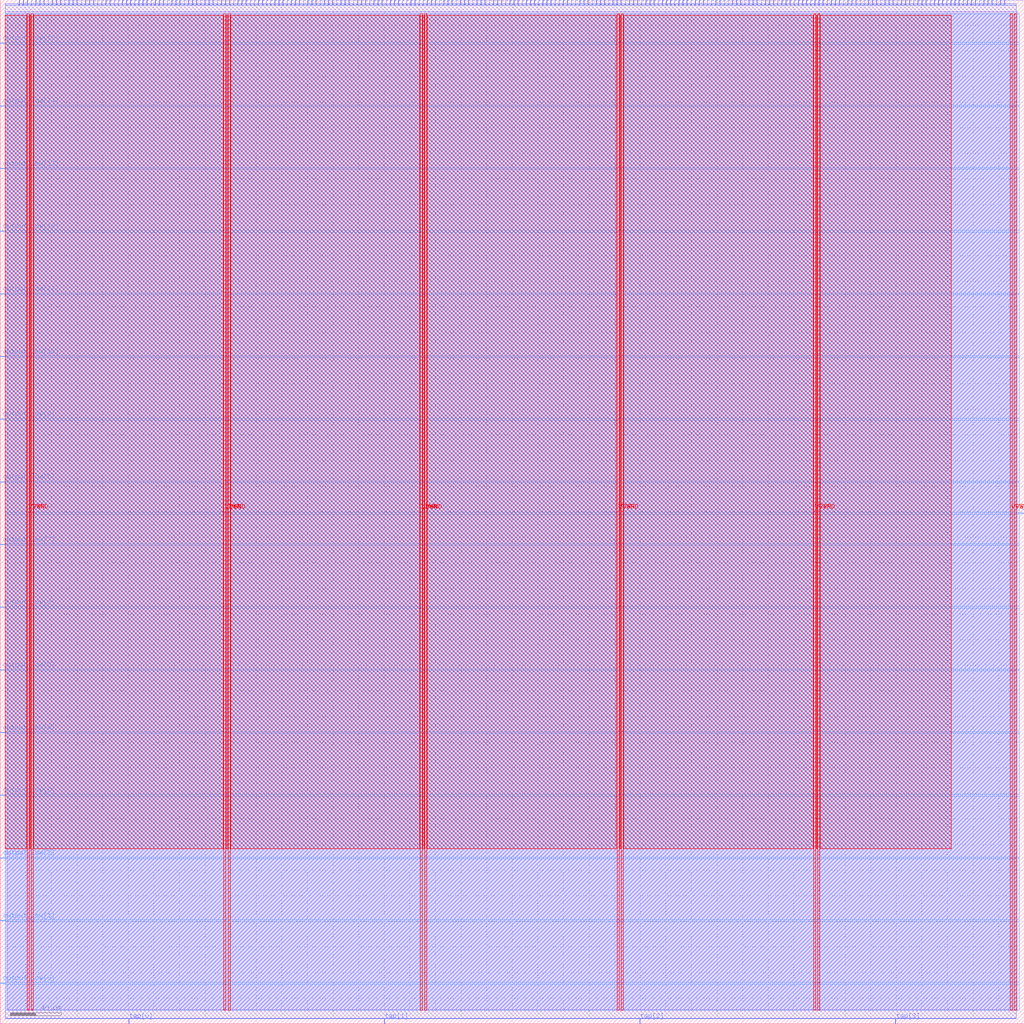
<source format=lef>
VERSION 5.7 ;
  NOWIREEXTENSIONATPIN ON ;
  DIVIDERCHAR "/" ;
  BUSBITCHARS "[]" ;
MACRO lowpass
  CLASS BLOCK ;
  FOREIGN lowpass ;
  ORIGIN 0.000 0.000 ;
  SIZE 800.000 BY 800.000 ;
  PIN VGND
    DIRECTION INOUT ;
    USE GROUND ;
    PORT
      LAYER met4 ;
        RECT 24.340 10.640 25.940 789.040 ;
    END
    PORT
      LAYER met4 ;
        RECT 177.940 10.640 179.540 789.040 ;
    END
    PORT
      LAYER met4 ;
        RECT 331.540 10.640 333.140 789.040 ;
    END
    PORT
      LAYER met4 ;
        RECT 485.140 10.640 486.740 789.040 ;
    END
    PORT
      LAYER met4 ;
        RECT 638.740 10.640 640.340 789.040 ;
    END
    PORT
      LAYER met4 ;
        RECT 792.340 10.640 793.940 789.040 ;
    END
  END VGND
  PIN VPWR
    DIRECTION INOUT ;
    USE POWER ;
    PORT
      LAYER met4 ;
        RECT 21.040 10.640 22.640 789.040 ;
    END
    PORT
      LAYER met4 ;
        RECT 174.640 10.640 176.240 789.040 ;
    END
    PORT
      LAYER met4 ;
        RECT 328.240 10.640 329.840 789.040 ;
    END
    PORT
      LAYER met4 ;
        RECT 481.840 10.640 483.440 789.040 ;
    END
    PORT
      LAYER met4 ;
        RECT 635.440 10.640 637.040 789.040 ;
    END
    PORT
      LAYER met4 ;
        RECT 789.040 10.640 790.640 789.040 ;
    END
  END VPWR
  PIN clk
    DIRECTION INPUT ;
    USE SIGNAL ;
    ANTENNAGATEAREA 0.852000 ;
    ANTENNADIFFAREA 0.434700 ;
    PORT
      LAYER met3 ;
        RECT 796.000 398.520 800.000 399.120 ;
    END
  END clk
  PIN input_data[0]
    DIRECTION INPUT ;
    USE SIGNAL ;
    ANTENNAGATEAREA 0.213000 ;
    ANTENNADIFFAREA 0.434700 ;
    PORT
      LAYER met2 ;
        RECT 14.810 796.000 15.090 800.000 ;
    END
  END input_data[0]
  PIN input_data[100]
    DIRECTION INPUT ;
    USE SIGNAL ;
    ANTENNAGATEAREA 0.247500 ;
    ANTENNADIFFAREA 0.434700 ;
    PORT
      LAYER met2 ;
        RECT 336.810 796.000 337.090 800.000 ;
    END
  END input_data[100]
  PIN input_data[101]
    DIRECTION INPUT ;
    USE SIGNAL ;
    ANTENNAGATEAREA 0.213000 ;
    ANTENNADIFFAREA 0.434700 ;
    PORT
      LAYER met2 ;
        RECT 340.030 796.000 340.310 800.000 ;
    END
  END input_data[101]
  PIN input_data[102]
    DIRECTION INPUT ;
    USE SIGNAL ;
    ANTENNAGATEAREA 0.247500 ;
    ANTENNADIFFAREA 0.434700 ;
    PORT
      LAYER met2 ;
        RECT 343.250 796.000 343.530 800.000 ;
    END
  END input_data[102]
  PIN input_data[103]
    DIRECTION INPUT ;
    USE SIGNAL ;
    ANTENNAGATEAREA 0.213000 ;
    ANTENNADIFFAREA 0.434700 ;
    PORT
      LAYER met2 ;
        RECT 346.470 796.000 346.750 800.000 ;
    END
  END input_data[103]
  PIN input_data[104]
    DIRECTION INPUT ;
    USE SIGNAL ;
    ANTENNAGATEAREA 0.247500 ;
    ANTENNADIFFAREA 0.434700 ;
    PORT
      LAYER met2 ;
        RECT 349.690 796.000 349.970 800.000 ;
    END
  END input_data[104]
  PIN input_data[105]
    DIRECTION INPUT ;
    USE SIGNAL ;
    ANTENNAGATEAREA 0.213000 ;
    ANTENNADIFFAREA 0.434700 ;
    PORT
      LAYER met2 ;
        RECT 352.910 796.000 353.190 800.000 ;
    END
  END input_data[105]
  PIN input_data[106]
    DIRECTION INPUT ;
    USE SIGNAL ;
    ANTENNAGATEAREA 0.213000 ;
    ANTENNADIFFAREA 0.434700 ;
    PORT
      LAYER met2 ;
        RECT 356.130 796.000 356.410 800.000 ;
    END
  END input_data[106]
  PIN input_data[107]
    DIRECTION INPUT ;
    USE SIGNAL ;
    ANTENNAGATEAREA 0.247500 ;
    ANTENNADIFFAREA 0.434700 ;
    PORT
      LAYER met2 ;
        RECT 359.350 796.000 359.630 800.000 ;
    END
  END input_data[107]
  PIN input_data[108]
    DIRECTION INPUT ;
    USE SIGNAL ;
    ANTENNAGATEAREA 0.126000 ;
    ANTENNADIFFAREA 0.434700 ;
    PORT
      LAYER met2 ;
        RECT 362.570 796.000 362.850 800.000 ;
    END
  END input_data[108]
  PIN input_data[109]
    DIRECTION INPUT ;
    USE SIGNAL ;
    ANTENNAGATEAREA 0.196500 ;
    ANTENNADIFFAREA 0.434700 ;
    PORT
      LAYER met2 ;
        RECT 365.790 796.000 366.070 800.000 ;
    END
  END input_data[109]
  PIN input_data[10]
    DIRECTION INPUT ;
    USE SIGNAL ;
    ANTENNAGATEAREA 0.196500 ;
    ANTENNADIFFAREA 0.434700 ;
    PORT
      LAYER met2 ;
        RECT 47.010 796.000 47.290 800.000 ;
    END
  END input_data[10]
  PIN input_data[110]
    DIRECTION INPUT ;
    USE SIGNAL ;
    ANTENNAGATEAREA 0.196500 ;
    ANTENNADIFFAREA 0.434700 ;
    PORT
      LAYER met2 ;
        RECT 369.010 796.000 369.290 800.000 ;
    END
  END input_data[110]
  PIN input_data[111]
    DIRECTION INPUT ;
    USE SIGNAL ;
    ANTENNAGATEAREA 0.213000 ;
    ANTENNADIFFAREA 0.434700 ;
    PORT
      LAYER met2 ;
        RECT 372.230 796.000 372.510 800.000 ;
    END
  END input_data[111]
  PIN input_data[112]
    DIRECTION INPUT ;
    USE SIGNAL ;
    ANTENNAGATEAREA 0.196500 ;
    ANTENNADIFFAREA 0.434700 ;
    PORT
      LAYER met2 ;
        RECT 375.450 796.000 375.730 800.000 ;
    END
  END input_data[112]
  PIN input_data[113]
    DIRECTION INPUT ;
    USE SIGNAL ;
    ANTENNAGATEAREA 0.196500 ;
    ANTENNADIFFAREA 0.434700 ;
    PORT
      LAYER met2 ;
        RECT 378.670 796.000 378.950 800.000 ;
    END
  END input_data[113]
  PIN input_data[114]
    DIRECTION INPUT ;
    USE SIGNAL ;
    ANTENNAGATEAREA 0.213000 ;
    ANTENNADIFFAREA 0.434700 ;
    PORT
      LAYER met2 ;
        RECT 381.890 796.000 382.170 800.000 ;
    END
  END input_data[114]
  PIN input_data[115]
    DIRECTION INPUT ;
    USE SIGNAL ;
    ANTENNAGATEAREA 0.196500 ;
    ANTENNADIFFAREA 0.434700 ;
    PORT
      LAYER met2 ;
        RECT 385.110 796.000 385.390 800.000 ;
    END
  END input_data[115]
  PIN input_data[116]
    DIRECTION INPUT ;
    USE SIGNAL ;
    ANTENNAGATEAREA 0.196500 ;
    ANTENNADIFFAREA 0.434700 ;
    PORT
      LAYER met2 ;
        RECT 388.330 796.000 388.610 800.000 ;
    END
  END input_data[116]
  PIN input_data[117]
    DIRECTION INPUT ;
    USE SIGNAL ;
    ANTENNAGATEAREA 0.126000 ;
    ANTENNADIFFAREA 0.434700 ;
    PORT
      LAYER met2 ;
        RECT 391.550 796.000 391.830 800.000 ;
    END
  END input_data[117]
  PIN input_data[118]
    DIRECTION INPUT ;
    USE SIGNAL ;
    ANTENNAGATEAREA 0.196500 ;
    ANTENNADIFFAREA 0.434700 ;
    PORT
      LAYER met2 ;
        RECT 394.770 796.000 395.050 800.000 ;
    END
  END input_data[118]
  PIN input_data[119]
    DIRECTION INPUT ;
    USE SIGNAL ;
    ANTENNAGATEAREA 0.196500 ;
    ANTENNADIFFAREA 0.434700 ;
    PORT
      LAYER met2 ;
        RECT 397.990 796.000 398.270 800.000 ;
    END
  END input_data[119]
  PIN input_data[11]
    DIRECTION INPUT ;
    USE SIGNAL ;
    ANTENNAGATEAREA 0.196500 ;
    ANTENNADIFFAREA 0.434700 ;
    PORT
      LAYER met2 ;
        RECT 50.230 796.000 50.510 800.000 ;
    END
  END input_data[11]
  PIN input_data[120]
    DIRECTION INPUT ;
    USE SIGNAL ;
    ANTENNAGATEAREA 0.196500 ;
    ANTENNADIFFAREA 0.434700 ;
    PORT
      LAYER met2 ;
        RECT 401.210 796.000 401.490 800.000 ;
    END
  END input_data[120]
  PIN input_data[121]
    DIRECTION INPUT ;
    USE SIGNAL ;
    ANTENNAGATEAREA 0.196500 ;
    ANTENNADIFFAREA 0.434700 ;
    PORT
      LAYER met2 ;
        RECT 404.430 796.000 404.710 800.000 ;
    END
  END input_data[121]
  PIN input_data[122]
    DIRECTION INPUT ;
    USE SIGNAL ;
    ANTENNAGATEAREA 0.196500 ;
    ANTENNADIFFAREA 0.434700 ;
    PORT
      LAYER met2 ;
        RECT 407.650 796.000 407.930 800.000 ;
    END
  END input_data[122]
  PIN input_data[123]
    DIRECTION INPUT ;
    USE SIGNAL ;
    ANTENNAGATEAREA 0.196500 ;
    ANTENNADIFFAREA 0.434700 ;
    PORT
      LAYER met2 ;
        RECT 410.870 796.000 411.150 800.000 ;
    END
  END input_data[123]
  PIN input_data[124]
    DIRECTION INPUT ;
    USE SIGNAL ;
    ANTENNAGATEAREA 0.196500 ;
    ANTENNADIFFAREA 0.434700 ;
    PORT
      LAYER met2 ;
        RECT 414.090 796.000 414.370 800.000 ;
    END
  END input_data[124]
  PIN input_data[125]
    DIRECTION INPUT ;
    USE SIGNAL ;
    ANTENNAGATEAREA 0.213000 ;
    ANTENNADIFFAREA 0.434700 ;
    PORT
      LAYER met2 ;
        RECT 417.310 796.000 417.590 800.000 ;
    END
  END input_data[125]
  PIN input_data[126]
    DIRECTION INPUT ;
    USE SIGNAL ;
    ANTENNAGATEAREA 0.159000 ;
    ANTENNADIFFAREA 0.434700 ;
    PORT
      LAYER met2 ;
        RECT 420.530 796.000 420.810 800.000 ;
    END
  END input_data[126]
  PIN input_data[127]
    DIRECTION INPUT ;
    USE SIGNAL ;
    ANTENNAGATEAREA 0.196500 ;
    ANTENNADIFFAREA 0.434700 ;
    PORT
      LAYER met2 ;
        RECT 423.750 796.000 424.030 800.000 ;
    END
  END input_data[127]
  PIN input_data[128]
    DIRECTION INPUT ;
    USE SIGNAL ;
    ANTENNAGATEAREA 0.196500 ;
    ANTENNADIFFAREA 0.434700 ;
    PORT
      LAYER met2 ;
        RECT 426.970 796.000 427.250 800.000 ;
    END
  END input_data[128]
  PIN input_data[129]
    DIRECTION INPUT ;
    USE SIGNAL ;
    ANTENNAGATEAREA 0.196500 ;
    ANTENNADIFFAREA 0.434700 ;
    PORT
      LAYER met2 ;
        RECT 430.190 796.000 430.470 800.000 ;
    END
  END input_data[129]
  PIN input_data[12]
    DIRECTION INPUT ;
    USE SIGNAL ;
    ANTENNAGATEAREA 0.196500 ;
    ANTENNADIFFAREA 0.434700 ;
    PORT
      LAYER met2 ;
        RECT 53.450 796.000 53.730 800.000 ;
    END
  END input_data[12]
  PIN input_data[130]
    DIRECTION INPUT ;
    USE SIGNAL ;
    ANTENNAGATEAREA 0.196500 ;
    ANTENNADIFFAREA 0.434700 ;
    PORT
      LAYER met2 ;
        RECT 433.410 796.000 433.690 800.000 ;
    END
  END input_data[130]
  PIN input_data[131]
    DIRECTION INPUT ;
    USE SIGNAL ;
    ANTENNAGATEAREA 0.159000 ;
    ANTENNADIFFAREA 0.434700 ;
    PORT
      LAYER met2 ;
        RECT 436.630 796.000 436.910 800.000 ;
    END
  END input_data[131]
  PIN input_data[132]
    DIRECTION INPUT ;
    USE SIGNAL ;
    ANTENNAGATEAREA 0.159000 ;
    ANTENNADIFFAREA 0.434700 ;
    PORT
      LAYER met2 ;
        RECT 439.850 796.000 440.130 800.000 ;
    END
  END input_data[132]
  PIN input_data[133]
    DIRECTION INPUT ;
    USE SIGNAL ;
    ANTENNAGATEAREA 0.247500 ;
    ANTENNADIFFAREA 0.434700 ;
    PORT
      LAYER met2 ;
        RECT 443.070 796.000 443.350 800.000 ;
    END
  END input_data[133]
  PIN input_data[134]
    DIRECTION INPUT ;
    USE SIGNAL ;
    ANTENNAGATEAREA 0.159000 ;
    ANTENNADIFFAREA 0.434700 ;
    PORT
      LAYER met2 ;
        RECT 446.290 796.000 446.570 800.000 ;
    END
  END input_data[134]
  PIN input_data[135]
    DIRECTION INPUT ;
    USE SIGNAL ;
    ANTENNAGATEAREA 0.159000 ;
    ANTENNADIFFAREA 0.434700 ;
    PORT
      LAYER met2 ;
        RECT 449.510 796.000 449.790 800.000 ;
    END
  END input_data[135]
  PIN input_data[136]
    DIRECTION INPUT ;
    USE SIGNAL ;
    ANTENNAGATEAREA 0.159000 ;
    ANTENNADIFFAREA 0.434700 ;
    PORT
      LAYER met2 ;
        RECT 452.730 796.000 453.010 800.000 ;
    END
  END input_data[136]
  PIN input_data[137]
    DIRECTION INPUT ;
    USE SIGNAL ;
    ANTENNAGATEAREA 0.159000 ;
    ANTENNADIFFAREA 0.434700 ;
    PORT
      LAYER met2 ;
        RECT 455.950 796.000 456.230 800.000 ;
    END
  END input_data[137]
  PIN input_data[138]
    DIRECTION INPUT ;
    USE SIGNAL ;
    ANTENNAGATEAREA 0.159000 ;
    ANTENNADIFFAREA 0.434700 ;
    PORT
      LAYER met2 ;
        RECT 459.170 796.000 459.450 800.000 ;
    END
  END input_data[138]
  PIN input_data[139]
    DIRECTION INPUT ;
    USE SIGNAL ;
    ANTENNAGATEAREA 0.247500 ;
    ANTENNADIFFAREA 0.434700 ;
    PORT
      LAYER met2 ;
        RECT 462.390 796.000 462.670 800.000 ;
    END
  END input_data[139]
  PIN input_data[13]
    DIRECTION INPUT ;
    USE SIGNAL ;
    ANTENNAGATEAREA 0.495000 ;
    ANTENNADIFFAREA 0.434700 ;
    PORT
      LAYER met2 ;
        RECT 56.670 796.000 56.950 800.000 ;
    END
  END input_data[13]
  PIN input_data[140]
    DIRECTION INPUT ;
    USE SIGNAL ;
    ANTENNAGATEAREA 0.247500 ;
    ANTENNADIFFAREA 0.434700 ;
    PORT
      LAYER met2 ;
        RECT 465.610 796.000 465.890 800.000 ;
    END
  END input_data[140]
  PIN input_data[141]
    DIRECTION INPUT ;
    USE SIGNAL ;
    ANTENNAGATEAREA 0.196500 ;
    ANTENNADIFFAREA 0.434700 ;
    PORT
      LAYER met2 ;
        RECT 468.830 796.000 469.110 800.000 ;
    END
  END input_data[141]
  PIN input_data[142]
    DIRECTION INPUT ;
    USE SIGNAL ;
    ANTENNAGATEAREA 0.196500 ;
    ANTENNADIFFAREA 0.434700 ;
    PORT
      LAYER met2 ;
        RECT 472.050 796.000 472.330 800.000 ;
    END
  END input_data[142]
  PIN input_data[143]
    DIRECTION INPUT ;
    USE SIGNAL ;
    ANTENNAGATEAREA 0.247500 ;
    ANTENNADIFFAREA 0.434700 ;
    PORT
      LAYER met2 ;
        RECT 475.270 796.000 475.550 800.000 ;
    END
  END input_data[143]
  PIN input_data[144]
    DIRECTION INPUT ;
    USE SIGNAL ;
    ANTENNAGATEAREA 0.159000 ;
    ANTENNADIFFAREA 0.434700 ;
    PORT
      LAYER met2 ;
        RECT 478.490 796.000 478.770 800.000 ;
    END
  END input_data[144]
  PIN input_data[145]
    DIRECTION INPUT ;
    USE SIGNAL ;
    ANTENNAGATEAREA 0.213000 ;
    ANTENNADIFFAREA 0.434700 ;
    PORT
      LAYER met2 ;
        RECT 481.710 796.000 481.990 800.000 ;
    END
  END input_data[145]
  PIN input_data[146]
    DIRECTION INPUT ;
    USE SIGNAL ;
    ANTENNAGATEAREA 0.213000 ;
    ANTENNADIFFAREA 0.434700 ;
    PORT
      LAYER met2 ;
        RECT 484.930 796.000 485.210 800.000 ;
    END
  END input_data[146]
  PIN input_data[147]
    DIRECTION INPUT ;
    USE SIGNAL ;
    ANTENNAGATEAREA 0.247500 ;
    ANTENNADIFFAREA 0.434700 ;
    PORT
      LAYER met2 ;
        RECT 488.150 796.000 488.430 800.000 ;
    END
  END input_data[147]
  PIN input_data[148]
    DIRECTION INPUT ;
    USE SIGNAL ;
    ANTENNAGATEAREA 0.196500 ;
    ANTENNADIFFAREA 0.434700 ;
    PORT
      LAYER met2 ;
        RECT 491.370 796.000 491.650 800.000 ;
    END
  END input_data[148]
  PIN input_data[149]
    DIRECTION INPUT ;
    USE SIGNAL ;
    ANTENNAGATEAREA 0.213000 ;
    ANTENNADIFFAREA 0.434700 ;
    PORT
      LAYER met2 ;
        RECT 494.590 796.000 494.870 800.000 ;
    END
  END input_data[149]
  PIN input_data[14]
    DIRECTION INPUT ;
    USE SIGNAL ;
    ANTENNAGATEAREA 0.247500 ;
    ANTENNADIFFAREA 0.434700 ;
    PORT
      LAYER met2 ;
        RECT 59.890 796.000 60.170 800.000 ;
    END
  END input_data[14]
  PIN input_data[150]
    DIRECTION INPUT ;
    USE SIGNAL ;
    ANTENNAGATEAREA 0.126000 ;
    ANTENNADIFFAREA 0.434700 ;
    PORT
      LAYER met2 ;
        RECT 497.810 796.000 498.090 800.000 ;
    END
  END input_data[150]
  PIN input_data[151]
    DIRECTION INPUT ;
    USE SIGNAL ;
    ANTENNAGATEAREA 0.196500 ;
    ANTENNADIFFAREA 0.434700 ;
    PORT
      LAYER met2 ;
        RECT 501.030 796.000 501.310 800.000 ;
    END
  END input_data[151]
  PIN input_data[152]
    DIRECTION INPUT ;
    USE SIGNAL ;
    ANTENNAGATEAREA 0.196500 ;
    ANTENNADIFFAREA 0.434700 ;
    PORT
      LAYER met2 ;
        RECT 504.250 796.000 504.530 800.000 ;
    END
  END input_data[152]
  PIN input_data[153]
    DIRECTION INPUT ;
    USE SIGNAL ;
    ANTENNAGATEAREA 0.213000 ;
    ANTENNADIFFAREA 0.434700 ;
    PORT
      LAYER met2 ;
        RECT 507.470 796.000 507.750 800.000 ;
    END
  END input_data[153]
  PIN input_data[154]
    DIRECTION INPUT ;
    USE SIGNAL ;
    ANTENNAGATEAREA 0.213000 ;
    ANTENNADIFFAREA 0.434700 ;
    PORT
      LAYER met2 ;
        RECT 510.690 796.000 510.970 800.000 ;
    END
  END input_data[154]
  PIN input_data[155]
    DIRECTION INPUT ;
    USE SIGNAL ;
    ANTENNAGATEAREA 0.196500 ;
    ANTENNADIFFAREA 0.434700 ;
    PORT
      LAYER met2 ;
        RECT 513.910 796.000 514.190 800.000 ;
    END
  END input_data[155]
  PIN input_data[156]
    DIRECTION INPUT ;
    USE SIGNAL ;
    ANTENNAGATEAREA 0.213000 ;
    ANTENNADIFFAREA 0.434700 ;
    PORT
      LAYER met2 ;
        RECT 517.130 796.000 517.410 800.000 ;
    END
  END input_data[156]
  PIN input_data[157]
    DIRECTION INPUT ;
    USE SIGNAL ;
    ANTENNAGATEAREA 0.247500 ;
    ANTENNADIFFAREA 0.434700 ;
    PORT
      LAYER met2 ;
        RECT 520.350 796.000 520.630 800.000 ;
    END
  END input_data[157]
  PIN input_data[158]
    DIRECTION INPUT ;
    USE SIGNAL ;
    ANTENNAGATEAREA 0.247500 ;
    ANTENNADIFFAREA 0.434700 ;
    PORT
      LAYER met2 ;
        RECT 523.570 796.000 523.850 800.000 ;
    END
  END input_data[158]
  PIN input_data[159]
    DIRECTION INPUT ;
    USE SIGNAL ;
    ANTENNAGATEAREA 0.126000 ;
    ANTENNADIFFAREA 0.434700 ;
    PORT
      LAYER met2 ;
        RECT 526.790 796.000 527.070 800.000 ;
    END
  END input_data[159]
  PIN input_data[15]
    DIRECTION INPUT ;
    USE SIGNAL ;
    PORT
      LAYER met2 ;
        RECT 63.110 796.000 63.390 800.000 ;
    END
  END input_data[15]
  PIN input_data[160]
    DIRECTION INPUT ;
    USE SIGNAL ;
    ANTENNAGATEAREA 0.196500 ;
    ANTENNADIFFAREA 0.434700 ;
    PORT
      LAYER met2 ;
        RECT 530.010 796.000 530.290 800.000 ;
    END
  END input_data[160]
  PIN input_data[161]
    DIRECTION INPUT ;
    USE SIGNAL ;
    ANTENNAGATEAREA 0.213000 ;
    ANTENNADIFFAREA 0.434700 ;
    PORT
      LAYER met2 ;
        RECT 533.230 796.000 533.510 800.000 ;
    END
  END input_data[161]
  PIN input_data[162]
    DIRECTION INPUT ;
    USE SIGNAL ;
    ANTENNAGATEAREA 0.196500 ;
    ANTENNADIFFAREA 0.434700 ;
    PORT
      LAYER met2 ;
        RECT 536.450 796.000 536.730 800.000 ;
    END
  END input_data[162]
  PIN input_data[163]
    DIRECTION INPUT ;
    USE SIGNAL ;
    ANTENNAGATEAREA 0.196500 ;
    ANTENNADIFFAREA 0.434700 ;
    PORT
      LAYER met2 ;
        RECT 539.670 796.000 539.950 800.000 ;
    END
  END input_data[163]
  PIN input_data[164]
    DIRECTION INPUT ;
    USE SIGNAL ;
    ANTENNAGATEAREA 0.196500 ;
    ANTENNADIFFAREA 0.434700 ;
    PORT
      LAYER met2 ;
        RECT 542.890 796.000 543.170 800.000 ;
    END
  END input_data[164]
  PIN input_data[165]
    DIRECTION INPUT ;
    USE SIGNAL ;
    ANTENNAGATEAREA 0.196500 ;
    ANTENNADIFFAREA 0.434700 ;
    PORT
      LAYER met2 ;
        RECT 546.110 796.000 546.390 800.000 ;
    END
  END input_data[165]
  PIN input_data[166]
    DIRECTION INPUT ;
    USE SIGNAL ;
    ANTENNAGATEAREA 0.159000 ;
    ANTENNADIFFAREA 0.434700 ;
    PORT
      LAYER met2 ;
        RECT 549.330 796.000 549.610 800.000 ;
    END
  END input_data[166]
  PIN input_data[167]
    DIRECTION INPUT ;
    USE SIGNAL ;
    ANTENNAGATEAREA 0.159000 ;
    ANTENNADIFFAREA 0.434700 ;
    PORT
      LAYER met2 ;
        RECT 552.550 796.000 552.830 800.000 ;
    END
  END input_data[167]
  PIN input_data[168]
    DIRECTION INPUT ;
    USE SIGNAL ;
    ANTENNAGATEAREA 0.213000 ;
    ANTENNADIFFAREA 0.434700 ;
    PORT
      LAYER met2 ;
        RECT 555.770 796.000 556.050 800.000 ;
    END
  END input_data[168]
  PIN input_data[169]
    DIRECTION INPUT ;
    USE SIGNAL ;
    ANTENNAGATEAREA 0.213000 ;
    ANTENNADIFFAREA 0.434700 ;
    PORT
      LAYER met2 ;
        RECT 558.990 796.000 559.270 800.000 ;
    END
  END input_data[169]
  PIN input_data[16]
    DIRECTION INPUT ;
    USE SIGNAL ;
    ANTENNAGATEAREA 0.196500 ;
    ANTENNADIFFAREA 0.434700 ;
    PORT
      LAYER met2 ;
        RECT 66.330 796.000 66.610 800.000 ;
    END
  END input_data[16]
  PIN input_data[170]
    DIRECTION INPUT ;
    USE SIGNAL ;
    ANTENNAGATEAREA 0.196500 ;
    ANTENNADIFFAREA 0.434700 ;
    PORT
      LAYER met2 ;
        RECT 562.210 796.000 562.490 800.000 ;
    END
  END input_data[170]
  PIN input_data[171]
    DIRECTION INPUT ;
    USE SIGNAL ;
    ANTENNAGATEAREA 0.213000 ;
    ANTENNADIFFAREA 0.434700 ;
    PORT
      LAYER met2 ;
        RECT 565.430 796.000 565.710 800.000 ;
    END
  END input_data[171]
  PIN input_data[172]
    DIRECTION INPUT ;
    USE SIGNAL ;
    ANTENNAGATEAREA 0.126000 ;
    ANTENNADIFFAREA 0.434700 ;
    PORT
      LAYER met2 ;
        RECT 568.650 796.000 568.930 800.000 ;
    END
  END input_data[172]
  PIN input_data[173]
    DIRECTION INPUT ;
    USE SIGNAL ;
    ANTENNAGATEAREA 0.159000 ;
    ANTENNADIFFAREA 0.434700 ;
    PORT
      LAYER met2 ;
        RECT 571.870 796.000 572.150 800.000 ;
    END
  END input_data[173]
  PIN input_data[174]
    DIRECTION INPUT ;
    USE SIGNAL ;
    ANTENNAGATEAREA 0.159000 ;
    ANTENNADIFFAREA 0.434700 ;
    PORT
      LAYER met2 ;
        RECT 575.090 796.000 575.370 800.000 ;
    END
  END input_data[174]
  PIN input_data[175]
    DIRECTION INPUT ;
    USE SIGNAL ;
    PORT
      LAYER met2 ;
        RECT 578.310 796.000 578.590 800.000 ;
    END
  END input_data[175]
  PIN input_data[176]
    DIRECTION INPUT ;
    USE SIGNAL ;
    ANTENNAGATEAREA 0.213000 ;
    ANTENNADIFFAREA 0.434700 ;
    PORT
      LAYER met2 ;
        RECT 581.530 796.000 581.810 800.000 ;
    END
  END input_data[176]
  PIN input_data[177]
    DIRECTION INPUT ;
    USE SIGNAL ;
    ANTENNAGATEAREA 0.159000 ;
    ANTENNADIFFAREA 0.434700 ;
    PORT
      LAYER met2 ;
        RECT 584.750 796.000 585.030 800.000 ;
    END
  END input_data[177]
  PIN input_data[178]
    DIRECTION INPUT ;
    USE SIGNAL ;
    ANTENNAGATEAREA 0.213000 ;
    ANTENNADIFFAREA 0.434700 ;
    PORT
      LAYER met2 ;
        RECT 587.970 796.000 588.250 800.000 ;
    END
  END input_data[178]
  PIN input_data[179]
    DIRECTION INPUT ;
    USE SIGNAL ;
    ANTENNAGATEAREA 0.247500 ;
    ANTENNADIFFAREA 0.434700 ;
    PORT
      LAYER met2 ;
        RECT 591.190 796.000 591.470 800.000 ;
    END
  END input_data[179]
  PIN input_data[17]
    DIRECTION INPUT ;
    USE SIGNAL ;
    ANTENNAGATEAREA 0.213000 ;
    ANTENNADIFFAREA 0.434700 ;
    PORT
      LAYER met2 ;
        RECT 69.550 796.000 69.830 800.000 ;
    END
  END input_data[17]
  PIN input_data[180]
    DIRECTION INPUT ;
    USE SIGNAL ;
    ANTENNAGATEAREA 0.247500 ;
    ANTENNADIFFAREA 0.434700 ;
    PORT
      LAYER met2 ;
        RECT 594.410 796.000 594.690 800.000 ;
    END
  END input_data[180]
  PIN input_data[181]
    DIRECTION INPUT ;
    USE SIGNAL ;
    ANTENNAGATEAREA 0.159000 ;
    ANTENNADIFFAREA 0.434700 ;
    PORT
      LAYER met2 ;
        RECT 597.630 796.000 597.910 800.000 ;
    END
  END input_data[181]
  PIN input_data[182]
    DIRECTION INPUT ;
    USE SIGNAL ;
    ANTENNAGATEAREA 0.213000 ;
    ANTENNADIFFAREA 0.434700 ;
    PORT
      LAYER met2 ;
        RECT 600.850 796.000 601.130 800.000 ;
    END
  END input_data[182]
  PIN input_data[183]
    DIRECTION INPUT ;
    USE SIGNAL ;
    ANTENNAGATEAREA 0.213000 ;
    ANTENNADIFFAREA 0.434700 ;
    PORT
      LAYER met2 ;
        RECT 604.070 796.000 604.350 800.000 ;
    END
  END input_data[183]
  PIN input_data[184]
    DIRECTION INPUT ;
    USE SIGNAL ;
    ANTENNAGATEAREA 0.213000 ;
    ANTENNADIFFAREA 0.434700 ;
    PORT
      LAYER met2 ;
        RECT 607.290 796.000 607.570 800.000 ;
    END
  END input_data[184]
  PIN input_data[185]
    DIRECTION INPUT ;
    USE SIGNAL ;
    ANTENNAGATEAREA 0.247500 ;
    ANTENNADIFFAREA 0.434700 ;
    PORT
      LAYER met2 ;
        RECT 610.510 796.000 610.790 800.000 ;
    END
  END input_data[185]
  PIN input_data[186]
    DIRECTION INPUT ;
    USE SIGNAL ;
    ANTENNAGATEAREA 0.213000 ;
    ANTENNADIFFAREA 0.434700 ;
    PORT
      LAYER met2 ;
        RECT 613.730 796.000 614.010 800.000 ;
    END
  END input_data[186]
  PIN input_data[187]
    DIRECTION INPUT ;
    USE SIGNAL ;
    ANTENNAGATEAREA 0.495000 ;
    ANTENNADIFFAREA 0.434700 ;
    PORT
      LAYER met2 ;
        RECT 616.950 796.000 617.230 800.000 ;
    END
  END input_data[187]
  PIN input_data[188]
    DIRECTION INPUT ;
    USE SIGNAL ;
    ANTENNAGATEAREA 0.495000 ;
    ANTENNADIFFAREA 0.434700 ;
    PORT
      LAYER met2 ;
        RECT 620.170 796.000 620.450 800.000 ;
    END
  END input_data[188]
  PIN input_data[189]
    DIRECTION INPUT ;
    USE SIGNAL ;
    ANTENNAGATEAREA 0.247500 ;
    ANTENNADIFFAREA 0.434700 ;
    PORT
      LAYER met2 ;
        RECT 623.390 796.000 623.670 800.000 ;
    END
  END input_data[189]
  PIN input_data[18]
    DIRECTION INPUT ;
    USE SIGNAL ;
    ANTENNAGATEAREA 0.213000 ;
    ANTENNADIFFAREA 0.434700 ;
    PORT
      LAYER met2 ;
        RECT 72.770 796.000 73.050 800.000 ;
    END
  END input_data[18]
  PIN input_data[190]
    DIRECTION INPUT ;
    USE SIGNAL ;
    ANTENNAGATEAREA 0.213000 ;
    ANTENNADIFFAREA 0.434700 ;
    PORT
      LAYER met2 ;
        RECT 626.610 796.000 626.890 800.000 ;
    END
  END input_data[190]
  PIN input_data[191]
    DIRECTION INPUT ;
    USE SIGNAL ;
    PORT
      LAYER met2 ;
        RECT 629.830 796.000 630.110 800.000 ;
    END
  END input_data[191]
  PIN input_data[192]
    DIRECTION INPUT ;
    USE SIGNAL ;
    ANTENNAGATEAREA 0.495000 ;
    ANTENNADIFFAREA 0.434700 ;
    PORT
      LAYER met2 ;
        RECT 633.050 796.000 633.330 800.000 ;
    END
  END input_data[192]
  PIN input_data[193]
    DIRECTION INPUT ;
    USE SIGNAL ;
    ANTENNAGATEAREA 0.495000 ;
    ANTENNADIFFAREA 0.434700 ;
    PORT
      LAYER met2 ;
        RECT 636.270 796.000 636.550 800.000 ;
    END
  END input_data[193]
  PIN input_data[194]
    DIRECTION INPUT ;
    USE SIGNAL ;
    ANTENNAGATEAREA 0.495000 ;
    ANTENNADIFFAREA 0.434700 ;
    PORT
      LAYER met2 ;
        RECT 639.490 796.000 639.770 800.000 ;
    END
  END input_data[194]
  PIN input_data[195]
    DIRECTION INPUT ;
    USE SIGNAL ;
    ANTENNAGATEAREA 0.495000 ;
    ANTENNADIFFAREA 0.434700 ;
    PORT
      LAYER met2 ;
        RECT 642.710 796.000 642.990 800.000 ;
    END
  END input_data[195]
  PIN input_data[196]
    DIRECTION INPUT ;
    USE SIGNAL ;
    ANTENNAGATEAREA 0.495000 ;
    ANTENNADIFFAREA 0.434700 ;
    PORT
      LAYER met2 ;
        RECT 645.930 796.000 646.210 800.000 ;
    END
  END input_data[196]
  PIN input_data[197]
    DIRECTION INPUT ;
    USE SIGNAL ;
    ANTENNAGATEAREA 0.196500 ;
    ANTENNADIFFAREA 0.434700 ;
    PORT
      LAYER met2 ;
        RECT 649.150 796.000 649.430 800.000 ;
    END
  END input_data[197]
  PIN input_data[198]
    DIRECTION INPUT ;
    USE SIGNAL ;
    ANTENNAGATEAREA 0.495000 ;
    ANTENNADIFFAREA 0.434700 ;
    PORT
      LAYER met2 ;
        RECT 652.370 796.000 652.650 800.000 ;
    END
  END input_data[198]
  PIN input_data[199]
    DIRECTION INPUT ;
    USE SIGNAL ;
    ANTENNAGATEAREA 0.247500 ;
    ANTENNADIFFAREA 0.434700 ;
    PORT
      LAYER met2 ;
        RECT 655.590 796.000 655.870 800.000 ;
    END
  END input_data[199]
  PIN input_data[19]
    DIRECTION INPUT ;
    USE SIGNAL ;
    ANTENNAGATEAREA 0.196500 ;
    ANTENNADIFFAREA 0.434700 ;
    PORT
      LAYER met2 ;
        RECT 75.990 796.000 76.270 800.000 ;
    END
  END input_data[19]
  PIN input_data[1]
    DIRECTION INPUT ;
    USE SIGNAL ;
    ANTENNAGATEAREA 0.196500 ;
    ANTENNADIFFAREA 0.434700 ;
    PORT
      LAYER met2 ;
        RECT 18.030 796.000 18.310 800.000 ;
    END
  END input_data[1]
  PIN input_data[200]
    DIRECTION INPUT ;
    USE SIGNAL ;
    ANTENNAGATEAREA 0.247500 ;
    ANTENNADIFFAREA 0.434700 ;
    PORT
      LAYER met2 ;
        RECT 658.810 796.000 659.090 800.000 ;
    END
  END input_data[200]
  PIN input_data[201]
    DIRECTION INPUT ;
    USE SIGNAL ;
    ANTENNAGATEAREA 0.247500 ;
    ANTENNADIFFAREA 0.434700 ;
    PORT
      LAYER met2 ;
        RECT 662.030 796.000 662.310 800.000 ;
    END
  END input_data[201]
  PIN input_data[202]
    DIRECTION INPUT ;
    USE SIGNAL ;
    ANTENNAGATEAREA 0.247500 ;
    ANTENNADIFFAREA 0.434700 ;
    PORT
      LAYER met2 ;
        RECT 665.250 796.000 665.530 800.000 ;
    END
  END input_data[202]
  PIN input_data[203]
    DIRECTION INPUT ;
    USE SIGNAL ;
    ANTENNAGATEAREA 0.247500 ;
    ANTENNADIFFAREA 0.434700 ;
    PORT
      LAYER met2 ;
        RECT 668.470 796.000 668.750 800.000 ;
    END
  END input_data[203]
  PIN input_data[204]
    DIRECTION INPUT ;
    USE SIGNAL ;
    ANTENNAGATEAREA 0.247500 ;
    ANTENNADIFFAREA 0.434700 ;
    PORT
      LAYER met2 ;
        RECT 671.690 796.000 671.970 800.000 ;
    END
  END input_data[204]
  PIN input_data[205]
    DIRECTION INPUT ;
    USE SIGNAL ;
    ANTENNAGATEAREA 0.213000 ;
    ANTENNADIFFAREA 0.434700 ;
    PORT
      LAYER met2 ;
        RECT 674.910 796.000 675.190 800.000 ;
    END
  END input_data[205]
  PIN input_data[206]
    DIRECTION INPUT ;
    USE SIGNAL ;
    ANTENNAGATEAREA 0.159000 ;
    ANTENNADIFFAREA 0.434700 ;
    PORT
      LAYER met2 ;
        RECT 678.130 796.000 678.410 800.000 ;
    END
  END input_data[206]
  PIN input_data[207]
    DIRECTION INPUT ;
    USE SIGNAL ;
    ANTENNAGATEAREA 0.159000 ;
    ANTENNADIFFAREA 0.434700 ;
    PORT
      LAYER met2 ;
        RECT 681.350 796.000 681.630 800.000 ;
    END
  END input_data[207]
  PIN input_data[208]
    DIRECTION INPUT ;
    USE SIGNAL ;
    ANTENNAGATEAREA 0.196500 ;
    ANTENNADIFFAREA 0.434700 ;
    PORT
      LAYER met2 ;
        RECT 684.570 796.000 684.850 800.000 ;
    END
  END input_data[208]
  PIN input_data[209]
    DIRECTION INPUT ;
    USE SIGNAL ;
    ANTENNAGATEAREA 0.495000 ;
    ANTENNADIFFAREA 0.434700 ;
    PORT
      LAYER met2 ;
        RECT 687.790 796.000 688.070 800.000 ;
    END
  END input_data[209]
  PIN input_data[20]
    DIRECTION INPUT ;
    USE SIGNAL ;
    ANTENNAGATEAREA 0.196500 ;
    ANTENNADIFFAREA 0.434700 ;
    PORT
      LAYER met2 ;
        RECT 79.210 796.000 79.490 800.000 ;
    END
  END input_data[20]
  PIN input_data[210]
    DIRECTION INPUT ;
    USE SIGNAL ;
    ANTENNAGATEAREA 0.196500 ;
    ANTENNADIFFAREA 0.434700 ;
    PORT
      LAYER met2 ;
        RECT 691.010 796.000 691.290 800.000 ;
    END
  END input_data[210]
  PIN input_data[211]
    DIRECTION INPUT ;
    USE SIGNAL ;
    ANTENNAGATEAREA 0.196500 ;
    ANTENNADIFFAREA 0.434700 ;
    PORT
      LAYER met2 ;
        RECT 694.230 796.000 694.510 800.000 ;
    END
  END input_data[211]
  PIN input_data[212]
    DIRECTION INPUT ;
    USE SIGNAL ;
    ANTENNAGATEAREA 0.196500 ;
    ANTENNADIFFAREA 0.434700 ;
    PORT
      LAYER met2 ;
        RECT 697.450 796.000 697.730 800.000 ;
    END
  END input_data[212]
  PIN input_data[213]
    DIRECTION INPUT ;
    USE SIGNAL ;
    ANTENNAGATEAREA 0.742500 ;
    ANTENNADIFFAREA 0.434700 ;
    PORT
      LAYER met2 ;
        RECT 700.670 796.000 700.950 800.000 ;
    END
  END input_data[213]
  PIN input_data[214]
    DIRECTION INPUT ;
    USE SIGNAL ;
    ANTENNAGATEAREA 0.196500 ;
    ANTENNADIFFAREA 0.434700 ;
    PORT
      LAYER met2 ;
        RECT 703.890 796.000 704.170 800.000 ;
    END
  END input_data[214]
  PIN input_data[215]
    DIRECTION INPUT ;
    USE SIGNAL ;
    ANTENNAGATEAREA 0.742500 ;
    ANTENNADIFFAREA 0.434700 ;
    PORT
      LAYER met2 ;
        RECT 707.110 796.000 707.390 800.000 ;
    END
  END input_data[215]
  PIN input_data[216]
    DIRECTION INPUT ;
    USE SIGNAL ;
    ANTENNAGATEAREA 0.426000 ;
    ANTENNADIFFAREA 0.434700 ;
    PORT
      LAYER met2 ;
        RECT 710.330 796.000 710.610 800.000 ;
    END
  END input_data[216]
  PIN input_data[217]
    DIRECTION INPUT ;
    USE SIGNAL ;
    ANTENNAGATEAREA 0.426000 ;
    ANTENNADIFFAREA 0.434700 ;
    PORT
      LAYER met2 ;
        RECT 713.550 796.000 713.830 800.000 ;
    END
  END input_data[217]
  PIN input_data[218]
    DIRECTION INPUT ;
    USE SIGNAL ;
    ANTENNAGATEAREA 0.247500 ;
    ANTENNADIFFAREA 0.434700 ;
    PORT
      LAYER met2 ;
        RECT 716.770 796.000 717.050 800.000 ;
    END
  END input_data[218]
  PIN input_data[219]
    DIRECTION INPUT ;
    USE SIGNAL ;
    ANTENNAGATEAREA 0.247500 ;
    ANTENNADIFFAREA 0.434700 ;
    PORT
      LAYER met2 ;
        RECT 719.990 796.000 720.270 800.000 ;
    END
  END input_data[219]
  PIN input_data[21]
    DIRECTION INPUT ;
    USE SIGNAL ;
    ANTENNAGATEAREA 0.196500 ;
    ANTENNADIFFAREA 0.434700 ;
    PORT
      LAYER met2 ;
        RECT 82.430 796.000 82.710 800.000 ;
    END
  END input_data[21]
  PIN input_data[220]
    DIRECTION INPUT ;
    USE SIGNAL ;
    ANTENNAGATEAREA 0.247500 ;
    ANTENNADIFFAREA 0.434700 ;
    PORT
      LAYER met2 ;
        RECT 723.210 796.000 723.490 800.000 ;
    END
  END input_data[220]
  PIN input_data[221]
    DIRECTION INPUT ;
    USE SIGNAL ;
    ANTENNAGATEAREA 0.213000 ;
    ANTENNADIFFAREA 0.434700 ;
    PORT
      LAYER met2 ;
        RECT 726.430 796.000 726.710 800.000 ;
    END
  END input_data[221]
  PIN input_data[222]
    DIRECTION INPUT ;
    USE SIGNAL ;
    ANTENNAGATEAREA 0.213000 ;
    ANTENNADIFFAREA 0.434700 ;
    PORT
      LAYER met2 ;
        RECT 729.650 796.000 729.930 800.000 ;
    END
  END input_data[222]
  PIN input_data[223]
    DIRECTION INPUT ;
    USE SIGNAL ;
    PORT
      LAYER met2 ;
        RECT 732.870 796.000 733.150 800.000 ;
    END
  END input_data[223]
  PIN input_data[224]
    DIRECTION INPUT ;
    USE SIGNAL ;
    ANTENNAGATEAREA 0.196500 ;
    ANTENNADIFFAREA 0.434700 ;
    PORT
      LAYER met2 ;
        RECT 736.090 796.000 736.370 800.000 ;
    END
  END input_data[224]
  PIN input_data[225]
    DIRECTION INPUT ;
    USE SIGNAL ;
    ANTENNAGATEAREA 0.126000 ;
    ANTENNADIFFAREA 0.434700 ;
    PORT
      LAYER met2 ;
        RECT 739.310 796.000 739.590 800.000 ;
    END
  END input_data[225]
  PIN input_data[226]
    DIRECTION INPUT ;
    USE SIGNAL ;
    ANTENNAGATEAREA 0.495000 ;
    ANTENNADIFFAREA 0.434700 ;
    PORT
      LAYER met2 ;
        RECT 742.530 796.000 742.810 800.000 ;
    END
  END input_data[226]
  PIN input_data[227]
    DIRECTION INPUT ;
    USE SIGNAL ;
    ANTENNAGATEAREA 0.426000 ;
    ANTENNADIFFAREA 0.434700 ;
    PORT
      LAYER met2 ;
        RECT 745.750 796.000 746.030 800.000 ;
    END
  END input_data[227]
  PIN input_data[228]
    DIRECTION INPUT ;
    USE SIGNAL ;
    ANTENNAGATEAREA 0.426000 ;
    ANTENNADIFFAREA 0.434700 ;
    PORT
      LAYER met2 ;
        RECT 748.970 796.000 749.250 800.000 ;
    END
  END input_data[228]
  PIN input_data[229]
    DIRECTION INPUT ;
    USE SIGNAL ;
    ANTENNAGATEAREA 0.426000 ;
    ANTENNADIFFAREA 0.434700 ;
    PORT
      LAYER met2 ;
        RECT 752.190 796.000 752.470 800.000 ;
    END
  END input_data[229]
  PIN input_data[22]
    DIRECTION INPUT ;
    USE SIGNAL ;
    ANTENNAGATEAREA 0.196500 ;
    ANTENNADIFFAREA 0.434700 ;
    PORT
      LAYER met2 ;
        RECT 85.650 796.000 85.930 800.000 ;
    END
  END input_data[22]
  PIN input_data[230]
    DIRECTION INPUT ;
    USE SIGNAL ;
    ANTENNAGATEAREA 0.426000 ;
    ANTENNADIFFAREA 0.434700 ;
    PORT
      LAYER met2 ;
        RECT 755.410 796.000 755.690 800.000 ;
    END
  END input_data[230]
  PIN input_data[231]
    DIRECTION INPUT ;
    USE SIGNAL ;
    ANTENNAGATEAREA 0.247500 ;
    ANTENNADIFFAREA 0.434700 ;
    PORT
      LAYER met2 ;
        RECT 758.630 796.000 758.910 800.000 ;
    END
  END input_data[231]
  PIN input_data[232]
    DIRECTION INPUT ;
    USE SIGNAL ;
    ANTENNAGATEAREA 0.247500 ;
    ANTENNADIFFAREA 0.434700 ;
    PORT
      LAYER met2 ;
        RECT 761.850 796.000 762.130 800.000 ;
    END
  END input_data[232]
  PIN input_data[233]
    DIRECTION INPUT ;
    USE SIGNAL ;
    ANTENNAGATEAREA 0.213000 ;
    ANTENNADIFFAREA 0.434700 ;
    PORT
      LAYER met2 ;
        RECT 765.070 796.000 765.350 800.000 ;
    END
  END input_data[233]
  PIN input_data[234]
    DIRECTION INPUT ;
    USE SIGNAL ;
    ANTENNAGATEAREA 0.213000 ;
    ANTENNADIFFAREA 0.434700 ;
    PORT
      LAYER met2 ;
        RECT 768.290 796.000 768.570 800.000 ;
    END
  END input_data[234]
  PIN input_data[235]
    DIRECTION INPUT ;
    USE SIGNAL ;
    ANTENNAGATEAREA 0.196500 ;
    ANTENNADIFFAREA 0.434700 ;
    PORT
      LAYER met2 ;
        RECT 771.510 796.000 771.790 800.000 ;
    END
  END input_data[235]
  PIN input_data[236]
    DIRECTION INPUT ;
    USE SIGNAL ;
    ANTENNAGATEAREA 0.196500 ;
    ANTENNADIFFAREA 0.434700 ;
    PORT
      LAYER met2 ;
        RECT 774.730 796.000 775.010 800.000 ;
    END
  END input_data[236]
  PIN input_data[237]
    DIRECTION INPUT ;
    USE SIGNAL ;
    ANTENNAGATEAREA 0.196500 ;
    ANTENNADIFFAREA 0.434700 ;
    PORT
      LAYER met2 ;
        RECT 777.950 796.000 778.230 800.000 ;
    END
  END input_data[237]
  PIN input_data[238]
    DIRECTION INPUT ;
    USE SIGNAL ;
    PORT
      LAYER met2 ;
        RECT 781.170 796.000 781.450 800.000 ;
    END
  END input_data[238]
  PIN input_data[239]
    DIRECTION INPUT ;
    USE SIGNAL ;
    PORT
      LAYER met2 ;
        RECT 784.390 796.000 784.670 800.000 ;
    END
  END input_data[239]
  PIN input_data[23]
    DIRECTION INPUT ;
    USE SIGNAL ;
    ANTENNAGATEAREA 0.196500 ;
    ANTENNADIFFAREA 0.434700 ;
    PORT
      LAYER met2 ;
        RECT 88.870 796.000 89.150 800.000 ;
    END
  END input_data[23]
  PIN input_data[24]
    DIRECTION INPUT ;
    USE SIGNAL ;
    ANTENNAGATEAREA 0.159000 ;
    ANTENNADIFFAREA 0.434700 ;
    PORT
      LAYER met2 ;
        RECT 92.090 796.000 92.370 800.000 ;
    END
  END input_data[24]
  PIN input_data[25]
    DIRECTION INPUT ;
    USE SIGNAL ;
    ANTENNAGATEAREA 0.213000 ;
    ANTENNADIFFAREA 0.434700 ;
    PORT
      LAYER met2 ;
        RECT 95.310 796.000 95.590 800.000 ;
    END
  END input_data[25]
  PIN input_data[26]
    DIRECTION INPUT ;
    USE SIGNAL ;
    ANTENNAGATEAREA 0.159000 ;
    ANTENNADIFFAREA 0.434700 ;
    PORT
      LAYER met2 ;
        RECT 98.530 796.000 98.810 800.000 ;
    END
  END input_data[26]
  PIN input_data[27]
    DIRECTION INPUT ;
    USE SIGNAL ;
    ANTENNAGATEAREA 0.213000 ;
    ANTENNADIFFAREA 0.434700 ;
    PORT
      LAYER met2 ;
        RECT 101.750 796.000 102.030 800.000 ;
    END
  END input_data[27]
  PIN input_data[28]
    DIRECTION INPUT ;
    USE SIGNAL ;
    ANTENNAGATEAREA 0.159000 ;
    ANTENNADIFFAREA 0.434700 ;
    PORT
      LAYER met2 ;
        RECT 104.970 796.000 105.250 800.000 ;
    END
  END input_data[28]
  PIN input_data[29]
    DIRECTION INPUT ;
    USE SIGNAL ;
    ANTENNAGATEAREA 0.213000 ;
    ANTENNADIFFAREA 0.434700 ;
    PORT
      LAYER met2 ;
        RECT 108.190 796.000 108.470 800.000 ;
    END
  END input_data[29]
  PIN input_data[2]
    DIRECTION INPUT ;
    USE SIGNAL ;
    ANTENNAGATEAREA 0.196500 ;
    ANTENNADIFFAREA 0.434700 ;
    PORT
      LAYER met2 ;
        RECT 21.250 796.000 21.530 800.000 ;
    END
  END input_data[2]
  PIN input_data[30]
    DIRECTION INPUT ;
    USE SIGNAL ;
    ANTENNAGATEAREA 0.196500 ;
    ANTENNADIFFAREA 0.434700 ;
    PORT
      LAYER met2 ;
        RECT 111.410 796.000 111.690 800.000 ;
    END
  END input_data[30]
  PIN input_data[31]
    DIRECTION INPUT ;
    USE SIGNAL ;
    ANTENNAGATEAREA 0.196500 ;
    ANTENNADIFFAREA 0.434700 ;
    PORT
      LAYER met2 ;
        RECT 114.630 796.000 114.910 800.000 ;
    END
  END input_data[31]
  PIN input_data[32]
    DIRECTION INPUT ;
    USE SIGNAL ;
    ANTENNAGATEAREA 0.196500 ;
    ANTENNADIFFAREA 0.434700 ;
    PORT
      LAYER met2 ;
        RECT 117.850 796.000 118.130 800.000 ;
    END
  END input_data[32]
  PIN input_data[33]
    DIRECTION INPUT ;
    USE SIGNAL ;
    ANTENNAGATEAREA 0.196500 ;
    ANTENNADIFFAREA 0.434700 ;
    PORT
      LAYER met2 ;
        RECT 121.070 796.000 121.350 800.000 ;
    END
  END input_data[33]
  PIN input_data[34]
    DIRECTION INPUT ;
    USE SIGNAL ;
    ANTENNAGATEAREA 0.196500 ;
    ANTENNADIFFAREA 0.434700 ;
    PORT
      LAYER met2 ;
        RECT 124.290 796.000 124.570 800.000 ;
    END
  END input_data[34]
  PIN input_data[35]
    DIRECTION INPUT ;
    USE SIGNAL ;
    ANTENNAGATEAREA 0.159000 ;
    ANTENNADIFFAREA 0.434700 ;
    PORT
      LAYER met2 ;
        RECT 127.510 796.000 127.790 800.000 ;
    END
  END input_data[35]
  PIN input_data[36]
    DIRECTION INPUT ;
    USE SIGNAL ;
    ANTENNAGATEAREA 0.159000 ;
    ANTENNADIFFAREA 0.434700 ;
    PORT
      LAYER met2 ;
        RECT 130.730 796.000 131.010 800.000 ;
    END
  END input_data[36]
  PIN input_data[37]
    DIRECTION INPUT ;
    USE SIGNAL ;
    ANTENNAGATEAREA 0.213000 ;
    ANTENNADIFFAREA 0.434700 ;
    PORT
      LAYER met2 ;
        RECT 133.950 796.000 134.230 800.000 ;
    END
  END input_data[37]
  PIN input_data[38]
    DIRECTION INPUT ;
    USE SIGNAL ;
    ANTENNAGATEAREA 0.213000 ;
    ANTENNADIFFAREA 0.434700 ;
    PORT
      LAYER met2 ;
        RECT 137.170 796.000 137.450 800.000 ;
    END
  END input_data[38]
  PIN input_data[39]
    DIRECTION INPUT ;
    USE SIGNAL ;
    ANTENNAGATEAREA 0.213000 ;
    ANTENNADIFFAREA 0.434700 ;
    PORT
      LAYER met2 ;
        RECT 140.390 796.000 140.670 800.000 ;
    END
  END input_data[39]
  PIN input_data[3]
    DIRECTION INPUT ;
    USE SIGNAL ;
    ANTENNAGATEAREA 0.196500 ;
    ANTENNADIFFAREA 0.434700 ;
    PORT
      LAYER met2 ;
        RECT 24.470 796.000 24.750 800.000 ;
    END
  END input_data[3]
  PIN input_data[40]
    DIRECTION INPUT ;
    USE SIGNAL ;
    ANTENNAGATEAREA 0.213000 ;
    ANTENNADIFFAREA 0.434700 ;
    PORT
      LAYER met2 ;
        RECT 143.610 796.000 143.890 800.000 ;
    END
  END input_data[40]
  PIN input_data[41]
    DIRECTION INPUT ;
    USE SIGNAL ;
    ANTENNAGATEAREA 0.247500 ;
    ANTENNADIFFAREA 0.434700 ;
    PORT
      LAYER met2 ;
        RECT 146.830 796.000 147.110 800.000 ;
    END
  END input_data[41]
  PIN input_data[42]
    DIRECTION INPUT ;
    USE SIGNAL ;
    ANTENNAGATEAREA 0.426000 ;
    ANTENNADIFFAREA 0.434700 ;
    PORT
      LAYER met2 ;
        RECT 150.050 796.000 150.330 800.000 ;
    END
  END input_data[42]
  PIN input_data[43]
    DIRECTION INPUT ;
    USE SIGNAL ;
    ANTENNAGATEAREA 0.213000 ;
    ANTENNADIFFAREA 0.434700 ;
    PORT
      LAYER met2 ;
        RECT 153.270 796.000 153.550 800.000 ;
    END
  END input_data[43]
  PIN input_data[44]
    DIRECTION INPUT ;
    USE SIGNAL ;
    ANTENNAGATEAREA 0.159000 ;
    ANTENNADIFFAREA 0.434700 ;
    PORT
      LAYER met2 ;
        RECT 156.490 796.000 156.770 800.000 ;
    END
  END input_data[44]
  PIN input_data[45]
    DIRECTION INPUT ;
    USE SIGNAL ;
    ANTENNAGATEAREA 0.196500 ;
    ANTENNADIFFAREA 0.434700 ;
    PORT
      LAYER met2 ;
        RECT 159.710 796.000 159.990 800.000 ;
    END
  END input_data[45]
  PIN input_data[46]
    DIRECTION INPUT ;
    USE SIGNAL ;
    ANTENNAGATEAREA 0.159000 ;
    ANTENNADIFFAREA 0.434700 ;
    PORT
      LAYER met2 ;
        RECT 162.930 796.000 163.210 800.000 ;
    END
  END input_data[46]
  PIN input_data[47]
    DIRECTION INPUT ;
    USE SIGNAL ;
    ANTENNAGATEAREA 0.495000 ;
    ANTENNADIFFAREA 0.434700 ;
    PORT
      LAYER met2 ;
        RECT 166.150 796.000 166.430 800.000 ;
    END
  END input_data[47]
  PIN input_data[48]
    DIRECTION INPUT ;
    USE SIGNAL ;
    ANTENNAGATEAREA 0.196500 ;
    ANTENNADIFFAREA 0.434700 ;
    PORT
      LAYER met2 ;
        RECT 169.370 796.000 169.650 800.000 ;
    END
  END input_data[48]
  PIN input_data[49]
    DIRECTION INPUT ;
    USE SIGNAL ;
    ANTENNAGATEAREA 0.213000 ;
    ANTENNADIFFAREA 0.434700 ;
    PORT
      LAYER met2 ;
        RECT 172.590 796.000 172.870 800.000 ;
    END
  END input_data[49]
  PIN input_data[4]
    DIRECTION INPUT ;
    USE SIGNAL ;
    ANTENNAGATEAREA 0.213000 ;
    ANTENNADIFFAREA 0.434700 ;
    PORT
      LAYER met2 ;
        RECT 27.690 796.000 27.970 800.000 ;
    END
  END input_data[4]
  PIN input_data[50]
    DIRECTION INPUT ;
    USE SIGNAL ;
    ANTENNAGATEAREA 0.213000 ;
    ANTENNADIFFAREA 0.434700 ;
    PORT
      LAYER met2 ;
        RECT 175.810 796.000 176.090 800.000 ;
    END
  END input_data[50]
  PIN input_data[51]
    DIRECTION INPUT ;
    USE SIGNAL ;
    ANTENNAGATEAREA 0.213000 ;
    ANTENNADIFFAREA 0.434700 ;
    PORT
      LAYER met2 ;
        RECT 179.030 796.000 179.310 800.000 ;
    END
  END input_data[51]
  PIN input_data[52]
    DIRECTION INPUT ;
    USE SIGNAL ;
    ANTENNAGATEAREA 0.213000 ;
    ANTENNADIFFAREA 0.434700 ;
    PORT
      LAYER met2 ;
        RECT 182.250 796.000 182.530 800.000 ;
    END
  END input_data[52]
  PIN input_data[53]
    DIRECTION INPUT ;
    USE SIGNAL ;
    ANTENNAGATEAREA 0.213000 ;
    ANTENNADIFFAREA 0.434700 ;
    PORT
      LAYER met2 ;
        RECT 185.470 796.000 185.750 800.000 ;
    END
  END input_data[53]
  PIN input_data[54]
    DIRECTION INPUT ;
    USE SIGNAL ;
    ANTENNAGATEAREA 0.247500 ;
    ANTENNADIFFAREA 0.434700 ;
    PORT
      LAYER met2 ;
        RECT 188.690 796.000 188.970 800.000 ;
    END
  END input_data[54]
  PIN input_data[55]
    DIRECTION INPUT ;
    USE SIGNAL ;
    ANTENNAGATEAREA 0.247500 ;
    ANTENNADIFFAREA 0.434700 ;
    PORT
      LAYER met2 ;
        RECT 191.910 796.000 192.190 800.000 ;
    END
  END input_data[55]
  PIN input_data[56]
    DIRECTION INPUT ;
    USE SIGNAL ;
    ANTENNAGATEAREA 0.213000 ;
    ANTENNADIFFAREA 0.434700 ;
    PORT
      LAYER met2 ;
        RECT 195.130 796.000 195.410 800.000 ;
    END
  END input_data[56]
  PIN input_data[57]
    DIRECTION INPUT ;
    USE SIGNAL ;
    ANTENNAGATEAREA 0.213000 ;
    ANTENNADIFFAREA 0.434700 ;
    PORT
      LAYER met2 ;
        RECT 198.350 796.000 198.630 800.000 ;
    END
  END input_data[57]
  PIN input_data[58]
    DIRECTION INPUT ;
    USE SIGNAL ;
    ANTENNAGATEAREA 0.213000 ;
    ANTENNADIFFAREA 0.434700 ;
    PORT
      LAYER met2 ;
        RECT 201.570 796.000 201.850 800.000 ;
    END
  END input_data[58]
  PIN input_data[59]
    DIRECTION INPUT ;
    USE SIGNAL ;
    ANTENNAGATEAREA 0.213000 ;
    ANTENNADIFFAREA 0.434700 ;
    PORT
      LAYER met2 ;
        RECT 204.790 796.000 205.070 800.000 ;
    END
  END input_data[59]
  PIN input_data[5]
    DIRECTION INPUT ;
    USE SIGNAL ;
    ANTENNAGATEAREA 0.213000 ;
    ANTENNADIFFAREA 0.434700 ;
    PORT
      LAYER met2 ;
        RECT 30.910 796.000 31.190 800.000 ;
    END
  END input_data[5]
  PIN input_data[60]
    DIRECTION INPUT ;
    USE SIGNAL ;
    ANTENNAGATEAREA 0.196500 ;
    ANTENNADIFFAREA 0.434700 ;
    PORT
      LAYER met2 ;
        RECT 208.010 796.000 208.290 800.000 ;
    END
  END input_data[60]
  PIN input_data[61]
    DIRECTION INPUT ;
    USE SIGNAL ;
    ANTENNAGATEAREA 0.196500 ;
    ANTENNADIFFAREA 0.434700 ;
    PORT
      LAYER met2 ;
        RECT 211.230 796.000 211.510 800.000 ;
    END
  END input_data[61]
  PIN input_data[62]
    DIRECTION INPUT ;
    USE SIGNAL ;
    ANTENNAGATEAREA 0.247500 ;
    ANTENNADIFFAREA 0.434700 ;
    PORT
      LAYER met2 ;
        RECT 214.450 796.000 214.730 800.000 ;
    END
  END input_data[62]
  PIN input_data[63]
    DIRECTION INPUT ;
    USE SIGNAL ;
    ANTENNAGATEAREA 0.213000 ;
    ANTENNADIFFAREA 0.434700 ;
    PORT
      LAYER met2 ;
        RECT 217.670 796.000 217.950 800.000 ;
    END
  END input_data[63]
  PIN input_data[64]
    DIRECTION INPUT ;
    USE SIGNAL ;
    ANTENNAGATEAREA 0.196500 ;
    ANTENNADIFFAREA 0.434700 ;
    PORT
      LAYER met2 ;
        RECT 220.890 796.000 221.170 800.000 ;
    END
  END input_data[64]
  PIN input_data[65]
    DIRECTION INPUT ;
    USE SIGNAL ;
    ANTENNAGATEAREA 0.159000 ;
    ANTENNADIFFAREA 0.434700 ;
    PORT
      LAYER met2 ;
        RECT 224.110 796.000 224.390 800.000 ;
    END
  END input_data[65]
  PIN input_data[66]
    DIRECTION INPUT ;
    USE SIGNAL ;
    ANTENNAGATEAREA 0.213000 ;
    ANTENNADIFFAREA 0.434700 ;
    PORT
      LAYER met2 ;
        RECT 227.330 796.000 227.610 800.000 ;
    END
  END input_data[66]
  PIN input_data[67]
    DIRECTION INPUT ;
    USE SIGNAL ;
    ANTENNAGATEAREA 0.196500 ;
    ANTENNADIFFAREA 0.434700 ;
    PORT
      LAYER met2 ;
        RECT 230.550 796.000 230.830 800.000 ;
    END
  END input_data[67]
  PIN input_data[68]
    DIRECTION INPUT ;
    USE SIGNAL ;
    ANTENNAGATEAREA 0.247500 ;
    ANTENNADIFFAREA 0.434700 ;
    PORT
      LAYER met2 ;
        RECT 233.770 796.000 234.050 800.000 ;
    END
  END input_data[68]
  PIN input_data[69]
    DIRECTION INPUT ;
    USE SIGNAL ;
    ANTENNAGATEAREA 0.213000 ;
    ANTENNADIFFAREA 0.434700 ;
    PORT
      LAYER met2 ;
        RECT 236.990 796.000 237.270 800.000 ;
    END
  END input_data[69]
  PIN input_data[6]
    DIRECTION INPUT ;
    USE SIGNAL ;
    ANTENNAGATEAREA 0.213000 ;
    ANTENNADIFFAREA 0.434700 ;
    PORT
      LAYER met2 ;
        RECT 34.130 796.000 34.410 800.000 ;
    END
  END input_data[6]
  PIN input_data[70]
    DIRECTION INPUT ;
    USE SIGNAL ;
    ANTENNAGATEAREA 0.196500 ;
    ANTENNADIFFAREA 0.434700 ;
    PORT
      LAYER met2 ;
        RECT 240.210 796.000 240.490 800.000 ;
    END
  END input_data[70]
  PIN input_data[71]
    DIRECTION INPUT ;
    USE SIGNAL ;
    ANTENNAGATEAREA 0.213000 ;
    ANTENNADIFFAREA 0.434700 ;
    PORT
      LAYER met2 ;
        RECT 243.430 796.000 243.710 800.000 ;
    END
  END input_data[71]
  PIN input_data[72]
    DIRECTION INPUT ;
    USE SIGNAL ;
    ANTENNAGATEAREA 0.126000 ;
    ANTENNADIFFAREA 0.434700 ;
    PORT
      LAYER met2 ;
        RECT 246.650 796.000 246.930 800.000 ;
    END
  END input_data[72]
  PIN input_data[73]
    DIRECTION INPUT ;
    USE SIGNAL ;
    ANTENNAGATEAREA 0.213000 ;
    ANTENNADIFFAREA 0.434700 ;
    PORT
      LAYER met2 ;
        RECT 249.870 796.000 250.150 800.000 ;
    END
  END input_data[73]
  PIN input_data[74]
    DIRECTION INPUT ;
    USE SIGNAL ;
    ANTENNAGATEAREA 0.196500 ;
    ANTENNADIFFAREA 0.434700 ;
    PORT
      LAYER met2 ;
        RECT 253.090 796.000 253.370 800.000 ;
    END
  END input_data[74]
  PIN input_data[75]
    DIRECTION INPUT ;
    USE SIGNAL ;
    ANTENNAGATEAREA 0.196500 ;
    ANTENNADIFFAREA 0.434700 ;
    PORT
      LAYER met2 ;
        RECT 256.310 796.000 256.590 800.000 ;
    END
  END input_data[75]
  PIN input_data[76]
    DIRECTION INPUT ;
    USE SIGNAL ;
    ANTENNAGATEAREA 0.126000 ;
    ANTENNADIFFAREA 0.434700 ;
    PORT
      LAYER met2 ;
        RECT 259.530 796.000 259.810 800.000 ;
    END
  END input_data[76]
  PIN input_data[77]
    DIRECTION INPUT ;
    USE SIGNAL ;
    ANTENNAGATEAREA 0.159000 ;
    ANTENNADIFFAREA 0.434700 ;
    PORT
      LAYER met2 ;
        RECT 262.750 796.000 263.030 800.000 ;
    END
  END input_data[77]
  PIN input_data[78]
    DIRECTION INPUT ;
    USE SIGNAL ;
    ANTENNAGATEAREA 0.426000 ;
    ANTENNADIFFAREA 0.434700 ;
    PORT
      LAYER met2 ;
        RECT 265.970 796.000 266.250 800.000 ;
    END
  END input_data[78]
  PIN input_data[79]
    DIRECTION INPUT ;
    USE SIGNAL ;
    ANTENNAGATEAREA 0.213000 ;
    ANTENNADIFFAREA 0.434700 ;
    PORT
      LAYER met2 ;
        RECT 269.190 796.000 269.470 800.000 ;
    END
  END input_data[79]
  PIN input_data[7]
    DIRECTION INPUT ;
    USE SIGNAL ;
    ANTENNAGATEAREA 0.196500 ;
    ANTENNADIFFAREA 0.434700 ;
    PORT
      LAYER met2 ;
        RECT 37.350 796.000 37.630 800.000 ;
    END
  END input_data[7]
  PIN input_data[80]
    DIRECTION INPUT ;
    USE SIGNAL ;
    ANTENNAGATEAREA 0.213000 ;
    ANTENNADIFFAREA 0.434700 ;
    PORT
      LAYER met2 ;
        RECT 272.410 796.000 272.690 800.000 ;
    END
  END input_data[80]
  PIN input_data[81]
    DIRECTION INPUT ;
    USE SIGNAL ;
    ANTENNAGATEAREA 0.213000 ;
    ANTENNADIFFAREA 0.434700 ;
    PORT
      LAYER met2 ;
        RECT 275.630 796.000 275.910 800.000 ;
    END
  END input_data[81]
  PIN input_data[82]
    DIRECTION INPUT ;
    USE SIGNAL ;
    ANTENNAGATEAREA 0.247500 ;
    ANTENNADIFFAREA 0.434700 ;
    PORT
      LAYER met2 ;
        RECT 278.850 796.000 279.130 800.000 ;
    END
  END input_data[82]
  PIN input_data[83]
    DIRECTION INPUT ;
    USE SIGNAL ;
    ANTENNAGATEAREA 0.247500 ;
    ANTENNADIFFAREA 0.434700 ;
    PORT
      LAYER met2 ;
        RECT 282.070 796.000 282.350 800.000 ;
    END
  END input_data[83]
  PIN input_data[84]
    DIRECTION INPUT ;
    USE SIGNAL ;
    ANTENNAGATEAREA 0.126000 ;
    ANTENNADIFFAREA 0.434700 ;
    PORT
      LAYER met2 ;
        RECT 285.290 796.000 285.570 800.000 ;
    END
  END input_data[84]
  PIN input_data[85]
    DIRECTION INPUT ;
    USE SIGNAL ;
    ANTENNAGATEAREA 0.196500 ;
    ANTENNADIFFAREA 0.434700 ;
    PORT
      LAYER met2 ;
        RECT 288.510 796.000 288.790 800.000 ;
    END
  END input_data[85]
  PIN input_data[86]
    DIRECTION INPUT ;
    USE SIGNAL ;
    ANTENNAGATEAREA 0.196500 ;
    ANTENNADIFFAREA 0.434700 ;
    PORT
      LAYER met2 ;
        RECT 291.730 796.000 292.010 800.000 ;
    END
  END input_data[86]
  PIN input_data[87]
    DIRECTION INPUT ;
    USE SIGNAL ;
    ANTENNAGATEAREA 0.196500 ;
    ANTENNADIFFAREA 0.434700 ;
    PORT
      LAYER met2 ;
        RECT 294.950 796.000 295.230 800.000 ;
    END
  END input_data[87]
  PIN input_data[88]
    DIRECTION INPUT ;
    USE SIGNAL ;
    ANTENNAGATEAREA 0.196500 ;
    ANTENNADIFFAREA 0.434700 ;
    PORT
      LAYER met2 ;
        RECT 298.170 796.000 298.450 800.000 ;
    END
  END input_data[88]
  PIN input_data[89]
    DIRECTION INPUT ;
    USE SIGNAL ;
    ANTENNAGATEAREA 0.196500 ;
    ANTENNADIFFAREA 0.434700 ;
    PORT
      LAYER met2 ;
        RECT 301.390 796.000 301.670 800.000 ;
    END
  END input_data[89]
  PIN input_data[8]
    DIRECTION INPUT ;
    USE SIGNAL ;
    ANTENNAGATEAREA 0.196500 ;
    ANTENNADIFFAREA 0.434700 ;
    PORT
      LAYER met2 ;
        RECT 40.570 796.000 40.850 800.000 ;
    END
  END input_data[8]
  PIN input_data[90]
    DIRECTION INPUT ;
    USE SIGNAL ;
    ANTENNAGATEAREA 0.196500 ;
    ANTENNADIFFAREA 0.434700 ;
    PORT
      LAYER met2 ;
        RECT 304.610 796.000 304.890 800.000 ;
    END
  END input_data[90]
  PIN input_data[91]
    DIRECTION INPUT ;
    USE SIGNAL ;
    ANTENNAGATEAREA 0.213000 ;
    ANTENNADIFFAREA 0.434700 ;
    PORT
      LAYER met2 ;
        RECT 307.830 796.000 308.110 800.000 ;
    END
  END input_data[91]
  PIN input_data[92]
    DIRECTION INPUT ;
    USE SIGNAL ;
    ANTENNAGATEAREA 0.213000 ;
    ANTENNADIFFAREA 0.434700 ;
    PORT
      LAYER met2 ;
        RECT 311.050 796.000 311.330 800.000 ;
    END
  END input_data[92]
  PIN input_data[93]
    DIRECTION INPUT ;
    USE SIGNAL ;
    ANTENNAGATEAREA 0.196500 ;
    ANTENNADIFFAREA 0.434700 ;
    PORT
      LAYER met2 ;
        RECT 314.270 796.000 314.550 800.000 ;
    END
  END input_data[93]
  PIN input_data[94]
    DIRECTION INPUT ;
    USE SIGNAL ;
    ANTENNAGATEAREA 0.247500 ;
    ANTENNADIFFAREA 0.434700 ;
    PORT
      LAYER met2 ;
        RECT 317.490 796.000 317.770 800.000 ;
    END
  END input_data[94]
  PIN input_data[95]
    DIRECTION INPUT ;
    USE SIGNAL ;
    ANTENNAGATEAREA 0.213000 ;
    ANTENNADIFFAREA 0.434700 ;
    PORT
      LAYER met2 ;
        RECT 320.710 796.000 320.990 800.000 ;
    END
  END input_data[95]
  PIN input_data[96]
    DIRECTION INPUT ;
    USE SIGNAL ;
    ANTENNAGATEAREA 0.213000 ;
    ANTENNADIFFAREA 0.434700 ;
    PORT
      LAYER met2 ;
        RECT 323.930 796.000 324.210 800.000 ;
    END
  END input_data[96]
  PIN input_data[97]
    DIRECTION INPUT ;
    USE SIGNAL ;
    ANTENNAGATEAREA 0.159000 ;
    ANTENNADIFFAREA 0.434700 ;
    PORT
      LAYER met2 ;
        RECT 327.150 796.000 327.430 800.000 ;
    END
  END input_data[97]
  PIN input_data[98]
    DIRECTION INPUT ;
    USE SIGNAL ;
    ANTENNAGATEAREA 0.213000 ;
    ANTENNADIFFAREA 0.434700 ;
    PORT
      LAYER met2 ;
        RECT 330.370 796.000 330.650 800.000 ;
    END
  END input_data[98]
  PIN input_data[99]
    DIRECTION INPUT ;
    USE SIGNAL ;
    ANTENNAGATEAREA 0.213000 ;
    ANTENNADIFFAREA 0.434700 ;
    PORT
      LAYER met2 ;
        RECT 333.590 796.000 333.870 800.000 ;
    END
  END input_data[99]
  PIN input_data[9]
    DIRECTION INPUT ;
    USE SIGNAL ;
    ANTENNAGATEAREA 0.196500 ;
    ANTENNADIFFAREA 0.434700 ;
    PORT
      LAYER met2 ;
        RECT 43.790 796.000 44.070 800.000 ;
    END
  END input_data[9]
  PIN output_low[0]
    DIRECTION OUTPUT ;
    USE SIGNAL ;
    ANTENNADIFFAREA 0.795200 ;
    PORT
      LAYER met3 ;
        RECT 0.000 31.320 4.000 31.920 ;
    END
  END output_low[0]
  PIN output_low[10]
    DIRECTION OUTPUT ;
    USE SIGNAL ;
    ANTENNADIFFAREA 0.795200 ;
    PORT
      LAYER met3 ;
        RECT 0.000 520.920 4.000 521.520 ;
    END
  END output_low[10]
  PIN output_low[11]
    DIRECTION OUTPUT ;
    USE SIGNAL ;
    ANTENNADIFFAREA 0.795200 ;
    PORT
      LAYER met3 ;
        RECT 0.000 569.880 4.000 570.480 ;
    END
  END output_low[11]
  PIN output_low[12]
    DIRECTION OUTPUT ;
    USE SIGNAL ;
    ANTENNADIFFAREA 0.795200 ;
    PORT
      LAYER met3 ;
        RECT 0.000 618.840 4.000 619.440 ;
    END
  END output_low[12]
  PIN output_low[13]
    DIRECTION OUTPUT ;
    USE SIGNAL ;
    ANTENNADIFFAREA 0.795200 ;
    PORT
      LAYER met3 ;
        RECT 0.000 667.800 4.000 668.400 ;
    END
  END output_low[13]
  PIN output_low[14]
    DIRECTION OUTPUT ;
    USE SIGNAL ;
    ANTENNADIFFAREA 0.795200 ;
    PORT
      LAYER met3 ;
        RECT 0.000 716.760 4.000 717.360 ;
    END
  END output_low[14]
  PIN output_low[15]
    DIRECTION OUTPUT ;
    USE SIGNAL ;
    ANTENNADIFFAREA 0.795200 ;
    PORT
      LAYER met3 ;
        RECT 0.000 765.720 4.000 766.320 ;
    END
  END output_low[15]
  PIN output_low[1]
    DIRECTION OUTPUT ;
    USE SIGNAL ;
    ANTENNADIFFAREA 0.795200 ;
    PORT
      LAYER met3 ;
        RECT 0.000 80.280 4.000 80.880 ;
    END
  END output_low[1]
  PIN output_low[2]
    DIRECTION OUTPUT ;
    USE SIGNAL ;
    ANTENNADIFFAREA 0.795200 ;
    PORT
      LAYER met3 ;
        RECT 0.000 129.240 4.000 129.840 ;
    END
  END output_low[2]
  PIN output_low[3]
    DIRECTION OUTPUT ;
    USE SIGNAL ;
    ANTENNADIFFAREA 0.795200 ;
    PORT
      LAYER met3 ;
        RECT 0.000 178.200 4.000 178.800 ;
    END
  END output_low[3]
  PIN output_low[4]
    DIRECTION OUTPUT ;
    USE SIGNAL ;
    ANTENNADIFFAREA 0.795200 ;
    PORT
      LAYER met3 ;
        RECT 0.000 227.160 4.000 227.760 ;
    END
  END output_low[4]
  PIN output_low[5]
    DIRECTION OUTPUT ;
    USE SIGNAL ;
    ANTENNADIFFAREA 0.795200 ;
    PORT
      LAYER met3 ;
        RECT 0.000 276.120 4.000 276.720 ;
    END
  END output_low[5]
  PIN output_low[6]
    DIRECTION OUTPUT ;
    USE SIGNAL ;
    ANTENNADIFFAREA 0.795200 ;
    PORT
      LAYER met3 ;
        RECT 0.000 325.080 4.000 325.680 ;
    END
  END output_low[6]
  PIN output_low[7]
    DIRECTION OUTPUT ;
    USE SIGNAL ;
    ANTENNADIFFAREA 0.795200 ;
    PORT
      LAYER met3 ;
        RECT 0.000 374.040 4.000 374.640 ;
    END
  END output_low[7]
  PIN output_low[8]
    DIRECTION OUTPUT ;
    USE SIGNAL ;
    ANTENNADIFFAREA 0.795200 ;
    PORT
      LAYER met3 ;
        RECT 0.000 423.000 4.000 423.600 ;
    END
  END output_low[8]
  PIN output_low[9]
    DIRECTION OUTPUT ;
    USE SIGNAL ;
    ANTENNADIFFAREA 0.795200 ;
    PORT
      LAYER met3 ;
        RECT 0.000 471.960 4.000 472.560 ;
    END
  END output_low[9]
  PIN tap[0]
    DIRECTION INPUT ;
    USE SIGNAL ;
    ANTENNAGATEAREA 0.196500 ;
    ANTENNADIFFAREA 0.434700 ;
    PORT
      LAYER met2 ;
        RECT 100.370 0.000 100.650 4.000 ;
    END
  END tap[0]
  PIN tap[1]
    DIRECTION INPUT ;
    USE SIGNAL ;
    ANTENNAGATEAREA 0.426000 ;
    ANTENNADIFFAREA 0.434700 ;
    PORT
      LAYER met2 ;
        RECT 300.010 0.000 300.290 4.000 ;
    END
  END tap[1]
  PIN tap[2]
    DIRECTION INPUT ;
    USE SIGNAL ;
    ANTENNAGATEAREA 0.213000 ;
    ANTENNADIFFAREA 0.434700 ;
    PORT
      LAYER met2 ;
        RECT 499.650 0.000 499.930 4.000 ;
    END
  END tap[2]
  PIN tap[3]
    DIRECTION INPUT ;
    USE SIGNAL ;
    ANTENNAGATEAREA 0.196500 ;
    ANTENNADIFFAREA 0.434700 ;
    PORT
      LAYER met2 ;
        RECT 699.290 0.000 699.570 4.000 ;
    END
  END tap[3]
  OBS
      LAYER li1 ;
        RECT 5.520 10.795 794.420 788.885 ;
      LAYER met1 ;
        RECT 3.750 10.640 794.720 790.460 ;
      LAYER met2 ;
        RECT 3.770 795.720 14.530 796.690 ;
        RECT 15.370 795.720 17.750 796.690 ;
        RECT 18.590 795.720 20.970 796.690 ;
        RECT 21.810 795.720 24.190 796.690 ;
        RECT 25.030 795.720 27.410 796.690 ;
        RECT 28.250 795.720 30.630 796.690 ;
        RECT 31.470 795.720 33.850 796.690 ;
        RECT 34.690 795.720 37.070 796.690 ;
        RECT 37.910 795.720 40.290 796.690 ;
        RECT 41.130 795.720 43.510 796.690 ;
        RECT 44.350 795.720 46.730 796.690 ;
        RECT 47.570 795.720 49.950 796.690 ;
        RECT 50.790 795.720 53.170 796.690 ;
        RECT 54.010 795.720 56.390 796.690 ;
        RECT 57.230 795.720 59.610 796.690 ;
        RECT 60.450 795.720 62.830 796.690 ;
        RECT 63.670 795.720 66.050 796.690 ;
        RECT 66.890 795.720 69.270 796.690 ;
        RECT 70.110 795.720 72.490 796.690 ;
        RECT 73.330 795.720 75.710 796.690 ;
        RECT 76.550 795.720 78.930 796.690 ;
        RECT 79.770 795.720 82.150 796.690 ;
        RECT 82.990 795.720 85.370 796.690 ;
        RECT 86.210 795.720 88.590 796.690 ;
        RECT 89.430 795.720 91.810 796.690 ;
        RECT 92.650 795.720 95.030 796.690 ;
        RECT 95.870 795.720 98.250 796.690 ;
        RECT 99.090 795.720 101.470 796.690 ;
        RECT 102.310 795.720 104.690 796.690 ;
        RECT 105.530 795.720 107.910 796.690 ;
        RECT 108.750 795.720 111.130 796.690 ;
        RECT 111.970 795.720 114.350 796.690 ;
        RECT 115.190 795.720 117.570 796.690 ;
        RECT 118.410 795.720 120.790 796.690 ;
        RECT 121.630 795.720 124.010 796.690 ;
        RECT 124.850 795.720 127.230 796.690 ;
        RECT 128.070 795.720 130.450 796.690 ;
        RECT 131.290 795.720 133.670 796.690 ;
        RECT 134.510 795.720 136.890 796.690 ;
        RECT 137.730 795.720 140.110 796.690 ;
        RECT 140.950 795.720 143.330 796.690 ;
        RECT 144.170 795.720 146.550 796.690 ;
        RECT 147.390 795.720 149.770 796.690 ;
        RECT 150.610 795.720 152.990 796.690 ;
        RECT 153.830 795.720 156.210 796.690 ;
        RECT 157.050 795.720 159.430 796.690 ;
        RECT 160.270 795.720 162.650 796.690 ;
        RECT 163.490 795.720 165.870 796.690 ;
        RECT 166.710 795.720 169.090 796.690 ;
        RECT 169.930 795.720 172.310 796.690 ;
        RECT 173.150 795.720 175.530 796.690 ;
        RECT 176.370 795.720 178.750 796.690 ;
        RECT 179.590 795.720 181.970 796.690 ;
        RECT 182.810 795.720 185.190 796.690 ;
        RECT 186.030 795.720 188.410 796.690 ;
        RECT 189.250 795.720 191.630 796.690 ;
        RECT 192.470 795.720 194.850 796.690 ;
        RECT 195.690 795.720 198.070 796.690 ;
        RECT 198.910 795.720 201.290 796.690 ;
        RECT 202.130 795.720 204.510 796.690 ;
        RECT 205.350 795.720 207.730 796.690 ;
        RECT 208.570 795.720 210.950 796.690 ;
        RECT 211.790 795.720 214.170 796.690 ;
        RECT 215.010 795.720 217.390 796.690 ;
        RECT 218.230 795.720 220.610 796.690 ;
        RECT 221.450 795.720 223.830 796.690 ;
        RECT 224.670 795.720 227.050 796.690 ;
        RECT 227.890 795.720 230.270 796.690 ;
        RECT 231.110 795.720 233.490 796.690 ;
        RECT 234.330 795.720 236.710 796.690 ;
        RECT 237.550 795.720 239.930 796.690 ;
        RECT 240.770 795.720 243.150 796.690 ;
        RECT 243.990 795.720 246.370 796.690 ;
        RECT 247.210 795.720 249.590 796.690 ;
        RECT 250.430 795.720 252.810 796.690 ;
        RECT 253.650 795.720 256.030 796.690 ;
        RECT 256.870 795.720 259.250 796.690 ;
        RECT 260.090 795.720 262.470 796.690 ;
        RECT 263.310 795.720 265.690 796.690 ;
        RECT 266.530 795.720 268.910 796.690 ;
        RECT 269.750 795.720 272.130 796.690 ;
        RECT 272.970 795.720 275.350 796.690 ;
        RECT 276.190 795.720 278.570 796.690 ;
        RECT 279.410 795.720 281.790 796.690 ;
        RECT 282.630 795.720 285.010 796.690 ;
        RECT 285.850 795.720 288.230 796.690 ;
        RECT 289.070 795.720 291.450 796.690 ;
        RECT 292.290 795.720 294.670 796.690 ;
        RECT 295.510 795.720 297.890 796.690 ;
        RECT 298.730 795.720 301.110 796.690 ;
        RECT 301.950 795.720 304.330 796.690 ;
        RECT 305.170 795.720 307.550 796.690 ;
        RECT 308.390 795.720 310.770 796.690 ;
        RECT 311.610 795.720 313.990 796.690 ;
        RECT 314.830 795.720 317.210 796.690 ;
        RECT 318.050 795.720 320.430 796.690 ;
        RECT 321.270 795.720 323.650 796.690 ;
        RECT 324.490 795.720 326.870 796.690 ;
        RECT 327.710 795.720 330.090 796.690 ;
        RECT 330.930 795.720 333.310 796.690 ;
        RECT 334.150 795.720 336.530 796.690 ;
        RECT 337.370 795.720 339.750 796.690 ;
        RECT 340.590 795.720 342.970 796.690 ;
        RECT 343.810 795.720 346.190 796.690 ;
        RECT 347.030 795.720 349.410 796.690 ;
        RECT 350.250 795.720 352.630 796.690 ;
        RECT 353.470 795.720 355.850 796.690 ;
        RECT 356.690 795.720 359.070 796.690 ;
        RECT 359.910 795.720 362.290 796.690 ;
        RECT 363.130 795.720 365.510 796.690 ;
        RECT 366.350 795.720 368.730 796.690 ;
        RECT 369.570 795.720 371.950 796.690 ;
        RECT 372.790 795.720 375.170 796.690 ;
        RECT 376.010 795.720 378.390 796.690 ;
        RECT 379.230 795.720 381.610 796.690 ;
        RECT 382.450 795.720 384.830 796.690 ;
        RECT 385.670 795.720 388.050 796.690 ;
        RECT 388.890 795.720 391.270 796.690 ;
        RECT 392.110 795.720 394.490 796.690 ;
        RECT 395.330 795.720 397.710 796.690 ;
        RECT 398.550 795.720 400.930 796.690 ;
        RECT 401.770 795.720 404.150 796.690 ;
        RECT 404.990 795.720 407.370 796.690 ;
        RECT 408.210 795.720 410.590 796.690 ;
        RECT 411.430 795.720 413.810 796.690 ;
        RECT 414.650 795.720 417.030 796.690 ;
        RECT 417.870 795.720 420.250 796.690 ;
        RECT 421.090 795.720 423.470 796.690 ;
        RECT 424.310 795.720 426.690 796.690 ;
        RECT 427.530 795.720 429.910 796.690 ;
        RECT 430.750 795.720 433.130 796.690 ;
        RECT 433.970 795.720 436.350 796.690 ;
        RECT 437.190 795.720 439.570 796.690 ;
        RECT 440.410 795.720 442.790 796.690 ;
        RECT 443.630 795.720 446.010 796.690 ;
        RECT 446.850 795.720 449.230 796.690 ;
        RECT 450.070 795.720 452.450 796.690 ;
        RECT 453.290 795.720 455.670 796.690 ;
        RECT 456.510 795.720 458.890 796.690 ;
        RECT 459.730 795.720 462.110 796.690 ;
        RECT 462.950 795.720 465.330 796.690 ;
        RECT 466.170 795.720 468.550 796.690 ;
        RECT 469.390 795.720 471.770 796.690 ;
        RECT 472.610 795.720 474.990 796.690 ;
        RECT 475.830 795.720 478.210 796.690 ;
        RECT 479.050 795.720 481.430 796.690 ;
        RECT 482.270 795.720 484.650 796.690 ;
        RECT 485.490 795.720 487.870 796.690 ;
        RECT 488.710 795.720 491.090 796.690 ;
        RECT 491.930 795.720 494.310 796.690 ;
        RECT 495.150 795.720 497.530 796.690 ;
        RECT 498.370 795.720 500.750 796.690 ;
        RECT 501.590 795.720 503.970 796.690 ;
        RECT 504.810 795.720 507.190 796.690 ;
        RECT 508.030 795.720 510.410 796.690 ;
        RECT 511.250 795.720 513.630 796.690 ;
        RECT 514.470 795.720 516.850 796.690 ;
        RECT 517.690 795.720 520.070 796.690 ;
        RECT 520.910 795.720 523.290 796.690 ;
        RECT 524.130 795.720 526.510 796.690 ;
        RECT 527.350 795.720 529.730 796.690 ;
        RECT 530.570 795.720 532.950 796.690 ;
        RECT 533.790 795.720 536.170 796.690 ;
        RECT 537.010 795.720 539.390 796.690 ;
        RECT 540.230 795.720 542.610 796.690 ;
        RECT 543.450 795.720 545.830 796.690 ;
        RECT 546.670 795.720 549.050 796.690 ;
        RECT 549.890 795.720 552.270 796.690 ;
        RECT 553.110 795.720 555.490 796.690 ;
        RECT 556.330 795.720 558.710 796.690 ;
        RECT 559.550 795.720 561.930 796.690 ;
        RECT 562.770 795.720 565.150 796.690 ;
        RECT 565.990 795.720 568.370 796.690 ;
        RECT 569.210 795.720 571.590 796.690 ;
        RECT 572.430 795.720 574.810 796.690 ;
        RECT 575.650 795.720 578.030 796.690 ;
        RECT 578.870 795.720 581.250 796.690 ;
        RECT 582.090 795.720 584.470 796.690 ;
        RECT 585.310 795.720 587.690 796.690 ;
        RECT 588.530 795.720 590.910 796.690 ;
        RECT 591.750 795.720 594.130 796.690 ;
        RECT 594.970 795.720 597.350 796.690 ;
        RECT 598.190 795.720 600.570 796.690 ;
        RECT 601.410 795.720 603.790 796.690 ;
        RECT 604.630 795.720 607.010 796.690 ;
        RECT 607.850 795.720 610.230 796.690 ;
        RECT 611.070 795.720 613.450 796.690 ;
        RECT 614.290 795.720 616.670 796.690 ;
        RECT 617.510 795.720 619.890 796.690 ;
        RECT 620.730 795.720 623.110 796.690 ;
        RECT 623.950 795.720 626.330 796.690 ;
        RECT 627.170 795.720 629.550 796.690 ;
        RECT 630.390 795.720 632.770 796.690 ;
        RECT 633.610 795.720 635.990 796.690 ;
        RECT 636.830 795.720 639.210 796.690 ;
        RECT 640.050 795.720 642.430 796.690 ;
        RECT 643.270 795.720 645.650 796.690 ;
        RECT 646.490 795.720 648.870 796.690 ;
        RECT 649.710 795.720 652.090 796.690 ;
        RECT 652.930 795.720 655.310 796.690 ;
        RECT 656.150 795.720 658.530 796.690 ;
        RECT 659.370 795.720 661.750 796.690 ;
        RECT 662.590 795.720 664.970 796.690 ;
        RECT 665.810 795.720 668.190 796.690 ;
        RECT 669.030 795.720 671.410 796.690 ;
        RECT 672.250 795.720 674.630 796.690 ;
        RECT 675.470 795.720 677.850 796.690 ;
        RECT 678.690 795.720 681.070 796.690 ;
        RECT 681.910 795.720 684.290 796.690 ;
        RECT 685.130 795.720 687.510 796.690 ;
        RECT 688.350 795.720 690.730 796.690 ;
        RECT 691.570 795.720 693.950 796.690 ;
        RECT 694.790 795.720 697.170 796.690 ;
        RECT 698.010 795.720 700.390 796.690 ;
        RECT 701.230 795.720 703.610 796.690 ;
        RECT 704.450 795.720 706.830 796.690 ;
        RECT 707.670 795.720 710.050 796.690 ;
        RECT 710.890 795.720 713.270 796.690 ;
        RECT 714.110 795.720 716.490 796.690 ;
        RECT 717.330 795.720 719.710 796.690 ;
        RECT 720.550 795.720 722.930 796.690 ;
        RECT 723.770 795.720 726.150 796.690 ;
        RECT 726.990 795.720 729.370 796.690 ;
        RECT 730.210 795.720 732.590 796.690 ;
        RECT 733.430 795.720 735.810 796.690 ;
        RECT 736.650 795.720 739.030 796.690 ;
        RECT 739.870 795.720 742.250 796.690 ;
        RECT 743.090 795.720 745.470 796.690 ;
        RECT 746.310 795.720 748.690 796.690 ;
        RECT 749.530 795.720 751.910 796.690 ;
        RECT 752.750 795.720 755.130 796.690 ;
        RECT 755.970 795.720 758.350 796.690 ;
        RECT 759.190 795.720 761.570 796.690 ;
        RECT 762.410 795.720 764.790 796.690 ;
        RECT 765.630 795.720 768.010 796.690 ;
        RECT 768.850 795.720 771.230 796.690 ;
        RECT 772.070 795.720 774.450 796.690 ;
        RECT 775.290 795.720 777.670 796.690 ;
        RECT 778.510 795.720 780.890 796.690 ;
        RECT 781.730 795.720 784.110 796.690 ;
        RECT 784.950 795.720 793.910 796.690 ;
        RECT 3.770 4.280 793.910 795.720 ;
        RECT 3.770 4.000 100.090 4.280 ;
        RECT 100.930 4.000 299.730 4.280 ;
        RECT 300.570 4.000 499.370 4.280 ;
        RECT 500.210 4.000 699.010 4.280 ;
        RECT 699.850 4.000 793.910 4.280 ;
      LAYER met3 ;
        RECT 3.745 766.720 796.000 788.965 ;
        RECT 4.400 765.320 796.000 766.720 ;
        RECT 3.745 717.760 796.000 765.320 ;
        RECT 4.400 716.360 796.000 717.760 ;
        RECT 3.745 668.800 796.000 716.360 ;
        RECT 4.400 667.400 796.000 668.800 ;
        RECT 3.745 619.840 796.000 667.400 ;
        RECT 4.400 618.440 796.000 619.840 ;
        RECT 3.745 570.880 796.000 618.440 ;
        RECT 4.400 569.480 796.000 570.880 ;
        RECT 3.745 521.920 796.000 569.480 ;
        RECT 4.400 520.520 796.000 521.920 ;
        RECT 3.745 472.960 796.000 520.520 ;
        RECT 4.400 471.560 796.000 472.960 ;
        RECT 3.745 424.000 796.000 471.560 ;
        RECT 4.400 422.600 796.000 424.000 ;
        RECT 3.745 399.520 796.000 422.600 ;
        RECT 3.745 398.120 795.600 399.520 ;
        RECT 3.745 375.040 796.000 398.120 ;
        RECT 4.400 373.640 796.000 375.040 ;
        RECT 3.745 326.080 796.000 373.640 ;
        RECT 4.400 324.680 796.000 326.080 ;
        RECT 3.745 277.120 796.000 324.680 ;
        RECT 4.400 275.720 796.000 277.120 ;
        RECT 3.745 228.160 796.000 275.720 ;
        RECT 4.400 226.760 796.000 228.160 ;
        RECT 3.745 179.200 796.000 226.760 ;
        RECT 4.400 177.800 796.000 179.200 ;
        RECT 3.745 130.240 796.000 177.800 ;
        RECT 4.400 128.840 796.000 130.240 ;
        RECT 3.745 81.280 796.000 128.840 ;
        RECT 4.400 79.880 796.000 81.280 ;
        RECT 3.745 32.320 796.000 79.880 ;
        RECT 4.400 30.920 796.000 32.320 ;
        RECT 3.745 10.715 796.000 30.920 ;
      LAYER met4 ;
        RECT 3.975 136.855 20.640 787.945 ;
        RECT 23.040 136.855 23.940 787.945 ;
        RECT 26.340 136.855 174.240 787.945 ;
        RECT 176.640 136.855 177.540 787.945 ;
        RECT 179.940 136.855 327.840 787.945 ;
        RECT 330.240 136.855 331.140 787.945 ;
        RECT 333.540 136.855 481.440 787.945 ;
        RECT 483.840 136.855 484.740 787.945 ;
        RECT 487.140 136.855 635.040 787.945 ;
        RECT 637.440 136.855 638.340 787.945 ;
        RECT 640.740 136.855 743.065 787.945 ;
  END
END lowpass
END LIBRARY


</source>
